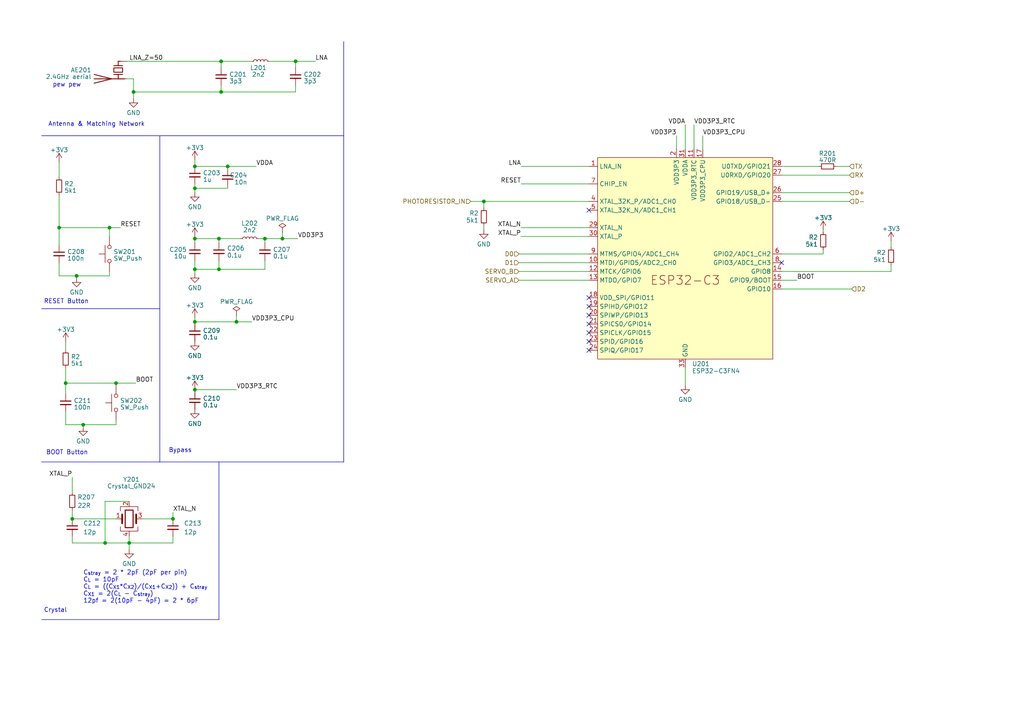
<source format=kicad_sch>
(kicad_sch (version 20230121) (generator eeschema)

  (uuid 54789e0c-5a15-45c9-9ec7-93b497d2b71c)

  (paper "A4")

  (title_block
    (rev "D")
  )

  (lib_symbols
    (symbol "Device:Antenna_Chip" (pin_numbers hide) (pin_names (offset 1.016) hide) (in_bom yes) (on_board yes)
      (property "Reference" "AE" (at 0 5.08 0)
        (effects (font (size 1.27 1.27)) (justify right))
      )
      (property "Value" "Antenna_Chip" (at 0 3.175 0)
        (effects (font (size 1.27 1.27)) (justify right))
      )
      (property "Footprint" "" (at -2.54 4.445 0)
        (effects (font (size 1.27 1.27)) hide)
      )
      (property "Datasheet" "~" (at -2.54 4.445 0)
        (effects (font (size 1.27 1.27)) hide)
      )
      (property "ki_keywords" "antenna" (at 0 0 0)
        (effects (font (size 1.27 1.27)) hide)
      )
      (property "ki_description" "Ceramic chip antenna with pin for PCB trace" (at 0 0 0)
        (effects (font (size 1.27 1.27)) hide)
      )
      (symbol "Antenna_Chip_0_1"
        (polyline
          (pts
            (xy -2.54 0)
            (xy -2.54 -0.635)
          )
          (stroke (width 0.254) (type default))
          (fill (type none))
        )
        (polyline
          (pts
            (xy -2.54 0)
            (xy -1.27 0)
          )
          (stroke (width 0.254) (type default))
          (fill (type none))
        )
        (polyline
          (pts
            (xy 1.27 0)
            (xy 2.54 0)
          )
          (stroke (width 0.254) (type default))
          (fill (type none))
        )
        (polyline
          (pts
            (xy 1.27 1.27)
            (xy 1.27 -1.27)
          )
          (stroke (width 0.254) (type default))
          (fill (type none))
        )
        (polyline
          (pts
            (xy 2.54 -0.635)
            (xy 2.54 0)
          )
          (stroke (width 0) (type default))
          (fill (type none))
        )
        (polyline
          (pts
            (xy 2.54 6.985)
            (xy 2.54 -1.905)
          )
          (stroke (width 0.254) (type default))
          (fill (type none))
        )
        (polyline
          (pts
            (xy -1.27 1.27)
            (xy -1.27 -1.27)
            (xy -1.27 0)
          )
          (stroke (width 0.254) (type default))
          (fill (type none))
        )
        (polyline
          (pts
            (xy 3.81 6.985)
            (xy 2.54 1.905)
            (xy 1.27 6.985)
          )
          (stroke (width 0.254) (type default))
          (fill (type none))
        )
        (polyline
          (pts
            (xy -0.635 1.27)
            (xy 0.635 1.27)
            (xy 0.635 -1.27)
            (xy -0.635 -1.27)
            (xy -0.635 1.27)
          )
          (stroke (width 0.254) (type default))
          (fill (type none))
        )
      )
      (symbol "Antenna_Chip_1_1"
        (pin input line (at -2.54 -2.54 90) (length 2.54)
          (name "FEED" (effects (font (size 1.27 1.27))))
          (number "1" (effects (font (size 1.27 1.27))))
        )
        (pin passive line (at 2.54 -2.54 90) (length 2.54)
          (name "PCB_Trace" (effects (font (size 1.27 1.27))))
          (number "2" (effects (font (size 1.27 1.27))))
        )
      )
    )
    (symbol "Device:C_Small" (pin_numbers hide) (pin_names (offset 0.254) hide) (in_bom yes) (on_board yes)
      (property "Reference" "C" (at 0.254 1.778 0)
        (effects (font (size 1.27 1.27)) (justify left))
      )
      (property "Value" "C_Small" (at 0.254 -2.032 0)
        (effects (font (size 1.27 1.27)) (justify left))
      )
      (property "Footprint" "" (at 0 0 0)
        (effects (font (size 1.27 1.27)) hide)
      )
      (property "Datasheet" "~" (at 0 0 0)
        (effects (font (size 1.27 1.27)) hide)
      )
      (property "ki_keywords" "capacitor cap" (at 0 0 0)
        (effects (font (size 1.27 1.27)) hide)
      )
      (property "ki_description" "Unpolarized capacitor, small symbol" (at 0 0 0)
        (effects (font (size 1.27 1.27)) hide)
      )
      (property "ki_fp_filters" "C_*" (at 0 0 0)
        (effects (font (size 1.27 1.27)) hide)
      )
      (symbol "C_Small_0_1"
        (polyline
          (pts
            (xy -1.524 -0.508)
            (xy 1.524 -0.508)
          )
          (stroke (width 0.3302) (type default))
          (fill (type none))
        )
        (polyline
          (pts
            (xy -1.524 0.508)
            (xy 1.524 0.508)
          )
          (stroke (width 0.3048) (type default))
          (fill (type none))
        )
      )
      (symbol "C_Small_1_1"
        (pin passive line (at 0 2.54 270) (length 2.032)
          (name "~" (effects (font (size 1.27 1.27))))
          (number "1" (effects (font (size 1.27 1.27))))
        )
        (pin passive line (at 0 -2.54 90) (length 2.032)
          (name "~" (effects (font (size 1.27 1.27))))
          (number "2" (effects (font (size 1.27 1.27))))
        )
      )
    )
    (symbol "Device:Crystal_GND24" (pin_names (offset 1.016) hide) (in_bom yes) (on_board yes)
      (property "Reference" "Y" (at 3.175 5.08 0)
        (effects (font (size 1.27 1.27)) (justify left))
      )
      (property "Value" "Crystal_GND24" (at 3.175 3.175 0)
        (effects (font (size 1.27 1.27)) (justify left))
      )
      (property "Footprint" "" (at 0 0 0)
        (effects (font (size 1.27 1.27)) hide)
      )
      (property "Datasheet" "~" (at 0 0 0)
        (effects (font (size 1.27 1.27)) hide)
      )
      (property "ki_keywords" "quartz ceramic resonator oscillator" (at 0 0 0)
        (effects (font (size 1.27 1.27)) hide)
      )
      (property "ki_description" "Four pin crystal, GND on pins 2 and 4" (at 0 0 0)
        (effects (font (size 1.27 1.27)) hide)
      )
      (property "ki_fp_filters" "Crystal*" (at 0 0 0)
        (effects (font (size 1.27 1.27)) hide)
      )
      (symbol "Crystal_GND24_0_1"
        (rectangle (start -1.143 2.54) (end 1.143 -2.54)
          (stroke (width 0.3048) (type default))
          (fill (type none))
        )
        (polyline
          (pts
            (xy -2.54 0)
            (xy -2.032 0)
          )
          (stroke (width 0) (type default))
          (fill (type none))
        )
        (polyline
          (pts
            (xy -2.032 -1.27)
            (xy -2.032 1.27)
          )
          (stroke (width 0.508) (type default))
          (fill (type none))
        )
        (polyline
          (pts
            (xy 0 -3.81)
            (xy 0 -3.556)
          )
          (stroke (width 0) (type default))
          (fill (type none))
        )
        (polyline
          (pts
            (xy 0 3.556)
            (xy 0 3.81)
          )
          (stroke (width 0) (type default))
          (fill (type none))
        )
        (polyline
          (pts
            (xy 2.032 -1.27)
            (xy 2.032 1.27)
          )
          (stroke (width 0.508) (type default))
          (fill (type none))
        )
        (polyline
          (pts
            (xy 2.032 0)
            (xy 2.54 0)
          )
          (stroke (width 0) (type default))
          (fill (type none))
        )
        (polyline
          (pts
            (xy -2.54 -2.286)
            (xy -2.54 -3.556)
            (xy 2.54 -3.556)
            (xy 2.54 -2.286)
          )
          (stroke (width 0) (type default))
          (fill (type none))
        )
        (polyline
          (pts
            (xy -2.54 2.286)
            (xy -2.54 3.556)
            (xy 2.54 3.556)
            (xy 2.54 2.286)
          )
          (stroke (width 0) (type default))
          (fill (type none))
        )
      )
      (symbol "Crystal_GND24_1_1"
        (pin passive line (at -3.81 0 0) (length 1.27)
          (name "1" (effects (font (size 1.27 1.27))))
          (number "1" (effects (font (size 1.27 1.27))))
        )
        (pin passive line (at 0 5.08 270) (length 1.27)
          (name "2" (effects (font (size 1.27 1.27))))
          (number "2" (effects (font (size 1.27 1.27))))
        )
        (pin passive line (at 3.81 0 180) (length 1.27)
          (name "3" (effects (font (size 1.27 1.27))))
          (number "3" (effects (font (size 1.27 1.27))))
        )
        (pin passive line (at 0 -5.08 90) (length 1.27)
          (name "4" (effects (font (size 1.27 1.27))))
          (number "4" (effects (font (size 1.27 1.27))))
        )
      )
    )
    (symbol "Device:L_Small" (pin_numbers hide) (pin_names (offset 0.254) hide) (in_bom yes) (on_board yes)
      (property "Reference" "L" (at 0.762 1.016 0)
        (effects (font (size 1.27 1.27)) (justify left))
      )
      (property "Value" "L_Small" (at 0.762 -1.016 0)
        (effects (font (size 1.27 1.27)) (justify left))
      )
      (property "Footprint" "" (at 0 0 0)
        (effects (font (size 1.27 1.27)) hide)
      )
      (property "Datasheet" "~" (at 0 0 0)
        (effects (font (size 1.27 1.27)) hide)
      )
      (property "ki_keywords" "inductor choke coil reactor magnetic" (at 0 0 0)
        (effects (font (size 1.27 1.27)) hide)
      )
      (property "ki_description" "Inductor, small symbol" (at 0 0 0)
        (effects (font (size 1.27 1.27)) hide)
      )
      (property "ki_fp_filters" "Choke_* *Coil* Inductor_* L_*" (at 0 0 0)
        (effects (font (size 1.27 1.27)) hide)
      )
      (symbol "L_Small_0_1"
        (arc (start 0 -2.032) (mid 0.5058 -1.524) (end 0 -1.016)
          (stroke (width 0) (type default))
          (fill (type none))
        )
        (arc (start 0 -1.016) (mid 0.5058 -0.508) (end 0 0)
          (stroke (width 0) (type default))
          (fill (type none))
        )
        (arc (start 0 0) (mid 0.5058 0.508) (end 0 1.016)
          (stroke (width 0) (type default))
          (fill (type none))
        )
        (arc (start 0 1.016) (mid 0.5058 1.524) (end 0 2.032)
          (stroke (width 0) (type default))
          (fill (type none))
        )
      )
      (symbol "L_Small_1_1"
        (pin passive line (at 0 2.54 270) (length 0.508)
          (name "~" (effects (font (size 1.27 1.27))))
          (number "1" (effects (font (size 1.27 1.27))))
        )
        (pin passive line (at 0 -2.54 90) (length 0.508)
          (name "~" (effects (font (size 1.27 1.27))))
          (number "2" (effects (font (size 1.27 1.27))))
        )
      )
    )
    (symbol "Device:R_Small" (pin_numbers hide) (pin_names (offset 0.254) hide) (in_bom yes) (on_board yes)
      (property "Reference" "R" (at 0.762 0.508 0)
        (effects (font (size 1.27 1.27)) (justify left))
      )
      (property "Value" "R_Small" (at 0.762 -1.016 0)
        (effects (font (size 1.27 1.27)) (justify left))
      )
      (property "Footprint" "" (at 0 0 0)
        (effects (font (size 1.27 1.27)) hide)
      )
      (property "Datasheet" "~" (at 0 0 0)
        (effects (font (size 1.27 1.27)) hide)
      )
      (property "ki_keywords" "R resistor" (at 0 0 0)
        (effects (font (size 1.27 1.27)) hide)
      )
      (property "ki_description" "Resistor, small symbol" (at 0 0 0)
        (effects (font (size 1.27 1.27)) hide)
      )
      (property "ki_fp_filters" "R_*" (at 0 0 0)
        (effects (font (size 1.27 1.27)) hide)
      )
      (symbol "R_Small_0_1"
        (rectangle (start -0.762 1.778) (end 0.762 -1.778)
          (stroke (width 0.2032) (type default))
          (fill (type none))
        )
      )
      (symbol "R_Small_1_1"
        (pin passive line (at 0 2.54 270) (length 0.762)
          (name "~" (effects (font (size 1.27 1.27))))
          (number "1" (effects (font (size 1.27 1.27))))
        )
        (pin passive line (at 0 -2.54 90) (length 0.762)
          (name "~" (effects (font (size 1.27 1.27))))
          (number "2" (effects (font (size 1.27 1.27))))
        )
      )
    )
    (symbol "Switch:SW_Push" (pin_numbers hide) (pin_names (offset 1.016) hide) (in_bom yes) (on_board yes)
      (property "Reference" "SW" (at 1.27 2.54 0)
        (effects (font (size 1.27 1.27)) (justify left))
      )
      (property "Value" "SW_Push" (at 0 -1.524 0)
        (effects (font (size 1.27 1.27)))
      )
      (property "Footprint" "" (at 0 5.08 0)
        (effects (font (size 1.27 1.27)) hide)
      )
      (property "Datasheet" "~" (at 0 5.08 0)
        (effects (font (size 1.27 1.27)) hide)
      )
      (property "ki_keywords" "switch normally-open pushbutton push-button" (at 0 0 0)
        (effects (font (size 1.27 1.27)) hide)
      )
      (property "ki_description" "Push button switch, generic, two pins" (at 0 0 0)
        (effects (font (size 1.27 1.27)) hide)
      )
      (symbol "SW_Push_0_1"
        (circle (center -2.032 0) (radius 0.508)
          (stroke (width 0) (type default))
          (fill (type none))
        )
        (polyline
          (pts
            (xy 0 1.27)
            (xy 0 3.048)
          )
          (stroke (width 0) (type default))
          (fill (type none))
        )
        (polyline
          (pts
            (xy 2.54 1.27)
            (xy -2.54 1.27)
          )
          (stroke (width 0) (type default))
          (fill (type none))
        )
        (circle (center 2.032 0) (radius 0.508)
          (stroke (width 0) (type default))
          (fill (type none))
        )
        (pin passive line (at -5.08 0 0) (length 2.54)
          (name "1" (effects (font (size 1.27 1.27))))
          (number "1" (effects (font (size 1.27 1.27))))
        )
        (pin passive line (at 5.08 0 180) (length 2.54)
          (name "2" (effects (font (size 1.27 1.27))))
          (number "2" (effects (font (size 1.27 1.27))))
        )
      )
    )
    (symbol "espressif:ESP32-C3" (in_bom yes) (on_board yes)
      (property "Reference" "U" (at -25.4 35.56 0)
        (effects (font (size 1.27 1.27)) (justify left))
      )
      (property "Value" "ESP32-C3" (at -25.4 33.02 0)
        (effects (font (size 1.27 1.27)) (justify left))
      )
      (property "Footprint" "Package_DFN_QFN:QFN-32-1EP_5x5mm_P0.5mm_EP3.45x3.45mm" (at 0 -38.1 0)
        (effects (font (size 1.27 1.27)) hide)
      )
      (property "Datasheet" "https://www.espressif.com/sites/default/files/documentation/esp32-c3_datasheet_en.pdf" (at 0 -40.64 0)
        (effects (font (size 1.27 1.27)) hide)
      )
      (property "ki_description" "ESP32-C3 family is an ultra-low-power MCU-based SoC solution that supports 2.4 GHz Wi-Fi and Bluetooth®Low Energy (Bluetooth LE)." (at 0 0 0)
        (effects (font (size 1.27 1.27)) hide)
      )
      (symbol "ESP32-C3_0_0"
        (text "ESP32-C3" (at 0 -5.08 0)
          (effects (font (size 2.54 2.54)))
        )
        (pin bidirectional line (at -27.94 27.94 0) (length 2.54)
          (name "LNA_IN" (effects (font (size 1.27 1.27))))
          (number "1" (effects (font (size 1.27 1.27))))
        )
        (pin bidirectional line (at -27.94 0 0) (length 2.54)
          (name "MTDI/GPIO5/ADC2_CH0" (effects (font (size 1.27 1.27))))
          (number "10" (effects (font (size 1.27 1.27))))
        )
        (pin power_in line (at 2.54 33.02 270) (length 2.54)
          (name "VDD3P3_RTC" (effects (font (size 1.27 1.27))))
          (number "11" (effects (font (size 1.27 1.27))))
        )
        (pin bidirectional line (at -27.94 -2.54 0) (length 2.54)
          (name "MTCK/GPIO6" (effects (font (size 1.27 1.27))))
          (number "12" (effects (font (size 1.27 1.27))))
        )
        (pin bidirectional line (at -27.94 -5.08 0) (length 2.54)
          (name "MTDO/GPIO7" (effects (font (size 1.27 1.27))))
          (number "13" (effects (font (size 1.27 1.27))))
        )
        (pin bidirectional line (at 27.94 -2.54 180) (length 2.54)
          (name "GPIO8" (effects (font (size 1.27 1.27))))
          (number "14" (effects (font (size 1.27 1.27))))
        )
        (pin bidirectional line (at 27.94 -5.08 180) (length 2.54)
          (name "GPIO9/BOOT" (effects (font (size 1.27 1.27))))
          (number "15" (effects (font (size 1.27 1.27))))
        )
        (pin bidirectional line (at 27.94 -7.62 180) (length 2.54)
          (name "GPIO10" (effects (font (size 1.27 1.27))))
          (number "16" (effects (font (size 1.27 1.27))))
        )
        (pin power_in line (at 5.08 33.02 270) (length 2.54)
          (name "VDD3P3_CPU" (effects (font (size 1.27 1.27))))
          (number "17" (effects (font (size 1.27 1.27))))
        )
        (pin bidirectional line (at -27.94 -10.16 0) (length 2.54)
          (name "VDD_SPI/GPIO11" (effects (font (size 1.27 1.27))))
          (number "18" (effects (font (size 1.27 1.27))))
        )
        (pin bidirectional line (at -27.94 -12.7 0) (length 2.54)
          (name "SPIHD/GPIO12" (effects (font (size 1.27 1.27))))
          (number "19" (effects (font (size 1.27 1.27))))
        )
        (pin power_in line (at -2.54 33.02 270) (length 2.54)
          (name "VDD3P3" (effects (font (size 1.27 1.27))))
          (number "2" (effects (font (size 1.27 1.27))))
        )
        (pin bidirectional line (at -27.94 -15.24 0) (length 2.54)
          (name "SPIWP/GPIO13" (effects (font (size 1.27 1.27))))
          (number "20" (effects (font (size 1.27 1.27))))
        )
        (pin bidirectional line (at -27.94 -17.78 0) (length 2.54)
          (name "SPICS0/GPIO14" (effects (font (size 1.27 1.27))))
          (number "21" (effects (font (size 1.27 1.27))))
        )
        (pin bidirectional line (at -27.94 -20.32 0) (length 2.54)
          (name "SPICLK/GPIO15" (effects (font (size 1.27 1.27))))
          (number "22" (effects (font (size 1.27 1.27))))
        )
        (pin bidirectional line (at -27.94 -22.86 0) (length 2.54)
          (name "SPID/GPIO16" (effects (font (size 1.27 1.27))))
          (number "23" (effects (font (size 1.27 1.27))))
        )
        (pin bidirectional line (at -27.94 -25.4 0) (length 2.54)
          (name "SPIQ/GPIO17" (effects (font (size 1.27 1.27))))
          (number "24" (effects (font (size 1.27 1.27))))
        )
        (pin bidirectional line (at 27.94 17.78 180) (length 2.54)
          (name "GPIO18/USB_D-" (effects (font (size 1.27 1.27))))
          (number "25" (effects (font (size 1.27 1.27))))
        )
        (pin bidirectional line (at 27.94 20.32 180) (length 2.54)
          (name "GPIO19/USB_D+" (effects (font (size 1.27 1.27))))
          (number "26" (effects (font (size 1.27 1.27))))
        )
        (pin bidirectional line (at 27.94 25.4 180) (length 2.54)
          (name "U0RXD/GPIO20" (effects (font (size 1.27 1.27))))
          (number "27" (effects (font (size 1.27 1.27))))
        )
        (pin bidirectional line (at 27.94 27.94 180) (length 2.54)
          (name "U0TXD/GPIO21" (effects (font (size 1.27 1.27))))
          (number "28" (effects (font (size 1.27 1.27))))
        )
        (pin output line (at -27.94 10.16 0) (length 2.54)
          (name "XTAL_N" (effects (font (size 1.27 1.27))))
          (number "29" (effects (font (size 1.27 1.27))))
        )
        (pin input line (at -27.94 7.62 0) (length 2.54)
          (name "XTAL_P" (effects (font (size 1.27 1.27))))
          (number "30" (effects (font (size 1.27 1.27))))
        )
        (pin power_in line (at 0 33.02 270) (length 2.54)
          (name "VDDA" (effects (font (size 1.27 1.27))))
          (number "31" (effects (font (size 1.27 1.27))))
        )
        (pin power_in line (at 0 -30.48 90) (length 2.54)
          (name "GND" (effects (font (size 1.27 1.27))))
          (number "33" (effects (font (size 1.27 1.27))))
        )
        (pin output line (at -27.94 17.78 0) (length 2.54)
          (name "XTAL_32K_P/ADC1_CH0" (effects (font (size 1.27 1.27))))
          (number "4" (effects (font (size 1.27 1.27))))
        )
        (pin input line (at -27.94 15.24 0) (length 2.54)
          (name "XTAL_32K_N/ADC1_CH1" (effects (font (size 1.27 1.27))))
          (number "5" (effects (font (size 1.27 1.27))))
        )
        (pin bidirectional line (at 27.94 2.54 180) (length 2.54)
          (name "GPIO2/ADC1_CH2" (effects (font (size 1.27 1.27))))
          (number "6" (effects (font (size 1.27 1.27))))
        )
        (pin input line (at -27.94 22.86 0) (length 2.54)
          (name "CHIP_EN" (effects (font (size 1.27 1.27))))
          (number "7" (effects (font (size 1.27 1.27))))
        )
        (pin bidirectional line (at 27.94 0 180) (length 2.54)
          (name "GPIO3/ADC1_CH3" (effects (font (size 1.27 1.27))))
          (number "8" (effects (font (size 1.27 1.27))))
        )
        (pin bidirectional line (at -27.94 2.54 0) (length 2.54)
          (name "MTMS/GPIO4/ADC1_CH4" (effects (font (size 1.27 1.27))))
          (number "9" (effects (font (size 1.27 1.27))))
        )
      )
      (symbol "ESP32-C3_0_1"
        (rectangle (start -25.4 30.48) (end 25.4 -27.94)
          (stroke (width 0) (type default))
          (fill (type background))
        )
        (pin passive line (at -2.54 33.02 270) (length 2.54) hide
          (name "VDD3P3" (effects (font (size 1.27 1.27))))
          (number "3" (effects (font (size 1.27 1.27))))
        )
        (pin passive line (at 0 33.02 270) (length 2.54) hide
          (name "VDDA" (effects (font (size 1.27 1.27))))
          (number "32" (effects (font (size 1.27 1.27))))
        )
      )
    )
    (symbol "power:+3V3" (power) (pin_names (offset 0)) (in_bom yes) (on_board yes)
      (property "Reference" "#PWR" (at 0 -3.81 0)
        (effects (font (size 1.27 1.27)) hide)
      )
      (property "Value" "+3V3" (at 0 3.556 0)
        (effects (font (size 1.27 1.27)))
      )
      (property "Footprint" "" (at 0 0 0)
        (effects (font (size 1.27 1.27)) hide)
      )
      (property "Datasheet" "" (at 0 0 0)
        (effects (font (size 1.27 1.27)) hide)
      )
      (property "ki_keywords" "global power" (at 0 0 0)
        (effects (font (size 1.27 1.27)) hide)
      )
      (property "ki_description" "Power symbol creates a global label with name \"+3V3\"" (at 0 0 0)
        (effects (font (size 1.27 1.27)) hide)
      )
      (symbol "+3V3_0_1"
        (polyline
          (pts
            (xy -0.762 1.27)
            (xy 0 2.54)
          )
          (stroke (width 0) (type default))
          (fill (type none))
        )
        (polyline
          (pts
            (xy 0 0)
            (xy 0 2.54)
          )
          (stroke (width 0) (type default))
          (fill (type none))
        )
        (polyline
          (pts
            (xy 0 2.54)
            (xy 0.762 1.27)
          )
          (stroke (width 0) (type default))
          (fill (type none))
        )
      )
      (symbol "+3V3_1_1"
        (pin power_in line (at 0 0 90) (length 0) hide
          (name "+3V3" (effects (font (size 1.27 1.27))))
          (number "1" (effects (font (size 1.27 1.27))))
        )
      )
    )
    (symbol "power:GND" (power) (pin_names (offset 0)) (in_bom yes) (on_board yes)
      (property "Reference" "#PWR" (at 0 -6.35 0)
        (effects (font (size 1.27 1.27)) hide)
      )
      (property "Value" "GND" (at 0 -3.81 0)
        (effects (font (size 1.27 1.27)))
      )
      (property "Footprint" "" (at 0 0 0)
        (effects (font (size 1.27 1.27)) hide)
      )
      (property "Datasheet" "" (at 0 0 0)
        (effects (font (size 1.27 1.27)) hide)
      )
      (property "ki_keywords" "global power" (at 0 0 0)
        (effects (font (size 1.27 1.27)) hide)
      )
      (property "ki_description" "Power symbol creates a global label with name \"GND\" , ground" (at 0 0 0)
        (effects (font (size 1.27 1.27)) hide)
      )
      (symbol "GND_0_1"
        (polyline
          (pts
            (xy 0 0)
            (xy 0 -1.27)
            (xy 1.27 -1.27)
            (xy 0 -2.54)
            (xy -1.27 -1.27)
            (xy 0 -1.27)
          )
          (stroke (width 0) (type default))
          (fill (type none))
        )
      )
      (symbol "GND_1_1"
        (pin power_in line (at 0 0 270) (length 0) hide
          (name "GND" (effects (font (size 1.27 1.27))))
          (number "1" (effects (font (size 1.27 1.27))))
        )
      )
    )
    (symbol "power:PWR_FLAG" (power) (pin_numbers hide) (pin_names (offset 0) hide) (in_bom yes) (on_board yes)
      (property "Reference" "#FLG" (at 0 1.905 0)
        (effects (font (size 1.27 1.27)) hide)
      )
      (property "Value" "PWR_FLAG" (at 0 3.81 0)
        (effects (font (size 1.27 1.27)))
      )
      (property "Footprint" "" (at 0 0 0)
        (effects (font (size 1.27 1.27)) hide)
      )
      (property "Datasheet" "~" (at 0 0 0)
        (effects (font (size 1.27 1.27)) hide)
      )
      (property "ki_keywords" "flag power" (at 0 0 0)
        (effects (font (size 1.27 1.27)) hide)
      )
      (property "ki_description" "Special symbol for telling ERC where power comes from" (at 0 0 0)
        (effects (font (size 1.27 1.27)) hide)
      )
      (symbol "PWR_FLAG_0_0"
        (pin power_out line (at 0 0 90) (length 0)
          (name "pwr" (effects (font (size 1.27 1.27))))
          (number "1" (effects (font (size 1.27 1.27))))
        )
      )
      (symbol "PWR_FLAG_0_1"
        (polyline
          (pts
            (xy 0 0)
            (xy 0 1.27)
            (xy -1.016 1.905)
            (xy 0 2.54)
            (xy 1.016 1.905)
            (xy 0 1.27)
          )
          (stroke (width 0) (type default))
          (fill (type none))
        )
      )
    )
  )

  (junction (at 64.135 26.67) (diameter 0) (color 0 0 0 0)
    (uuid 0a6337e4-f7b3-48a4-ab50-9fc9602fff0f)
  )
  (junction (at 37.465 157.48) (diameter 0) (color 0 0 0 0)
    (uuid 1cef4b19-230a-4ce5-a330-bfd9596018e9)
  )
  (junction (at 22.225 80.01) (diameter 0) (color 0 0 0 0)
    (uuid 2b603ab4-ce3a-4097-ab4f-f5a65dd304e1)
  )
  (junction (at 20.955 150.495) (diameter 0) (color 0 0 0 0)
    (uuid 363c34e0-3213-4e6a-a681-80fef277941c)
  )
  (junction (at 56.515 69.215) (diameter 0) (color 0 0 0 0)
    (uuid 49f187b0-9ecf-4057-88a7-14ea2fea7d38)
  )
  (junction (at 38.735 26.67) (diameter 0) (color 0 0 0 0)
    (uuid 4d979903-76a4-42d2-a575-547473b18ea3)
  )
  (junction (at 63.5 69.215) (diameter 0) (color 0 0 0 0)
    (uuid 61ecdbb5-29b7-4fbf-a147-903b4e986aa0)
  )
  (junction (at 33.655 111.125) (diameter 0) (color 0 0 0 0)
    (uuid 63873ca3-ecb9-47e7-aa6b-270ef7fef7b9)
  )
  (junction (at 68.58 93.345) (diameter 0) (color 0 0 0 0)
    (uuid 6eee770d-006f-4007-87e3-dcf1fe71c543)
  )
  (junction (at 81.915 69.215) (diameter 0) (color 0 0 0 0)
    (uuid 762e0c6f-5358-4752-993b-7dcaf49f7acb)
  )
  (junction (at 63.5 78.105) (diameter 0) (color 0 0 0 0)
    (uuid 82387530-4faf-4178-8da5-545be5dc318d)
  )
  (junction (at 64.135 17.78) (diameter 0) (color 0 0 0 0)
    (uuid 89787e24-4b2e-40ac-a30f-ec88a61c74a4)
  )
  (junction (at 66.04 48.26) (diameter 0) (color 0 0 0 0)
    (uuid 98713261-d35b-42f9-b2d6-8dea6e741712)
  )
  (junction (at 17.145 66.04) (diameter 0) (color 0 0 0 0)
    (uuid 997535be-59e1-46b0-853b-c1acfbc5a226)
  )
  (junction (at 56.515 113.03) (diameter 0) (color 0 0 0 0)
    (uuid 9ff5fdf3-e7ce-470a-913d-7e74028ae923)
  )
  (junction (at 31.75 66.04) (diameter 0) (color 0 0 0 0)
    (uuid a4f9aaea-2af2-4fbd-baca-52218497abee)
  )
  (junction (at 56.515 78.105) (diameter 0) (color 0 0 0 0)
    (uuid a5b729ce-1de1-408c-a5dd-0d7730374694)
  )
  (junction (at 56.515 48.26) (diameter 0) (color 0 0 0 0)
    (uuid a5e21f47-c8ab-4cc2-80fe-fc4e14ccb1aa)
  )
  (junction (at 19.05 111.125) (diameter 0) (color 0 0 0 0)
    (uuid a994a174-ee36-4ac3-80d5-55a3f887fed1)
  )
  (junction (at 24.13 123.19) (diameter 0) (color 0 0 0 0)
    (uuid aa8f51ec-b4b4-474b-bcca-5709547ff5f2)
  )
  (junction (at 56.515 93.345) (diameter 0) (color 0 0 0 0)
    (uuid cfcc4e93-5b60-471f-8fde-50abd215fcde)
  )
  (junction (at 56.515 54.61) (diameter 0) (color 0 0 0 0)
    (uuid dda4c061-5f98-4c1a-b39b-0ccb4f1c7751)
  )
  (junction (at 30.48 157.48) (diameter 0) (color 0 0 0 0)
    (uuid df5ddf96-07bd-45d7-9fdd-6b4933f736bc)
  )
  (junction (at 85.725 17.78) (diameter 0) (color 0 0 0 0)
    (uuid df8d51c0-0aa0-44d4-8722-e361322ffe81)
  )
  (junction (at 76.835 69.215) (diameter 0) (color 0 0 0 0)
    (uuid eb66bc94-2cd1-4931-9453-eaa0305550e8)
  )
  (junction (at 50.165 150.495) (diameter 0) (color 0 0 0 0)
    (uuid f276b731-1a53-4955-9d69-aedf51f57921)
  )
  (junction (at 140.335 58.42) (diameter 0) (color 0 0 0 0)
    (uuid f7f75405-8f8b-4621-b42a-096044176b9c)
  )

  (no_connect (at 170.815 96.52) (uuid 203a09b6-030e-4e34-bfd3-0f9e7c137326))
  (no_connect (at 170.815 60.96) (uuid 3f665ec1-ceef-4f1b-839f-d3b889f7200d))
  (no_connect (at 170.815 91.44) (uuid 4c9eaef4-d9ec-4cfa-bd46-e694d57a6147))
  (no_connect (at 170.815 88.9) (uuid 6b337340-e6ee-4967-8ba5-4f023067453c))
  (no_connect (at 170.815 86.36) (uuid 6d241daf-b1a1-4b7f-b354-140184ac3554))
  (no_connect (at 170.815 93.98) (uuid 7434bec9-066c-4196-b7f6-627e28d70231))
  (no_connect (at 170.815 99.06) (uuid a9f23e0f-93a8-45cc-baab-c024c2c14c7f))
  (no_connect (at 226.695 76.2) (uuid c00b59c6-fa16-4684-b573-7ac15e39fc3c))
  (no_connect (at 170.815 101.6) (uuid d1240455-8e5d-4c74-834b-c5e49798e394))

  (polyline (pts (xy 99.695 133.985) (xy 99.695 39.37))
    (stroke (width 0) (type default))
    (uuid 019e06ac-d5bf-448c-8878-58925672e802)
  )

  (wire (pts (xy 36.83 22.86) (xy 38.735 22.86))
    (stroke (width 0) (type default))
    (uuid 02a35ead-ccbf-48ff-9f90-08ffbe037efa)
  )
  (wire (pts (xy 150.495 81.28) (xy 170.815 81.28))
    (stroke (width 0) (type default))
    (uuid 05c67286-3776-4c39-89d4-20ddcec8b9fc)
  )
  (wire (pts (xy 247.015 83.82) (xy 226.695 83.82))
    (stroke (width 0) (type default))
    (uuid 0616b990-8967-4057-8802-8544961212af)
  )
  (wire (pts (xy 37.465 155.575) (xy 37.465 157.48))
    (stroke (width 0) (type default))
    (uuid 0734950a-2c4b-4f00-8868-fcdd305c2be5)
  )
  (wire (pts (xy 85.725 17.78) (xy 91.44 17.78))
    (stroke (width 0) (type default))
    (uuid 0a5aa9a2-eb16-40f3-9f82-058626fa575b)
  )
  (wire (pts (xy 64.135 26.67) (xy 85.725 26.67))
    (stroke (width 0) (type default))
    (uuid 0aec9306-1a6e-4624-906d-bc1ac0c25422)
  )
  (wire (pts (xy 56.515 93.345) (xy 68.58 93.345))
    (stroke (width 0) (type default))
    (uuid 0bed5e42-b4fd-4935-a552-0f6dfeef185b)
  )
  (polyline (pts (xy 63.5 179.705) (xy 63.5 133.985))
    (stroke (width 0) (type default))
    (uuid 129dbbbc-dee5-4987-8ebd-304f42a74661)
  )

  (wire (pts (xy 66.04 53.975) (xy 66.04 54.61))
    (stroke (width 0) (type default))
    (uuid 159ad48c-8a61-4036-811c-7e0056b0643b)
  )
  (wire (pts (xy 33.655 111.125) (xy 39.37 111.125))
    (stroke (width 0) (type default))
    (uuid 15dcdc3d-42d8-46d4-a606-3e6ea2dcfc4a)
  )
  (wire (pts (xy 81.915 69.215) (xy 86.36 69.215))
    (stroke (width 0) (type default))
    (uuid 17c48a8f-7f32-42ea-b89c-9fb4d7b30264)
  )
  (wire (pts (xy 238.76 66.675) (xy 238.76 67.31))
    (stroke (width 0) (type default))
    (uuid 1bed672f-a406-44cd-a386-cb0a30aec757)
  )
  (wire (pts (xy 68.58 91.44) (xy 68.58 93.345))
    (stroke (width 0) (type default))
    (uuid 1d307133-8f95-424d-bdf7-4386095754f2)
  )
  (wire (pts (xy 76.835 69.215) (xy 81.915 69.215))
    (stroke (width 0) (type default))
    (uuid 1f43d8b8-013c-457e-acaf-506d34440415)
  )
  (wire (pts (xy 56.515 69.215) (xy 56.515 70.485))
    (stroke (width 0) (type default))
    (uuid 2162a1e3-c92a-4ed6-ab06-c21fc68a12da)
  )
  (wire (pts (xy 56.515 113.03) (xy 68.58 113.03))
    (stroke (width 0) (type default))
    (uuid 21820bc5-963e-475a-bb9a-048b376d7015)
  )
  (wire (pts (xy 246.38 50.8) (xy 226.695 50.8))
    (stroke (width 0) (type default))
    (uuid 21b7e980-dbed-4358-a37c-d658b81b3e30)
  )
  (wire (pts (xy 203.835 39.37) (xy 203.835 43.18))
    (stroke (width 0) (type default))
    (uuid 222982b4-b588-4421-a89e-4e10c86b3106)
  )
  (wire (pts (xy 56.515 113.665) (xy 56.515 113.03))
    (stroke (width 0) (type default))
    (uuid 224fac23-2fce-44b9-84cc-291891f9f45f)
  )
  (wire (pts (xy 151.13 48.26) (xy 170.815 48.26))
    (stroke (width 0) (type default))
    (uuid 23c38fe1-709a-40ee-a69a-eca826d71e6f)
  )
  (wire (pts (xy 37.465 157.48) (xy 37.465 159.385))
    (stroke (width 0) (type default))
    (uuid 25bc4742-fa97-4008-9510-d66def6336a3)
  )
  (wire (pts (xy 76.835 69.215) (xy 76.835 70.485))
    (stroke (width 0) (type default))
    (uuid 26872fee-1434-48db-941b-90aadf56ad93)
  )
  (wire (pts (xy 226.695 48.26) (xy 237.49 48.26))
    (stroke (width 0) (type default))
    (uuid 26bde709-d617-4aee-ade7-c93f33871698)
  )
  (wire (pts (xy 85.725 17.78) (xy 78.105 17.78))
    (stroke (width 0) (type default))
    (uuid 26e5c774-7528-42c3-b10b-c0ad66ec022a)
  )
  (wire (pts (xy 238.76 73.66) (xy 238.76 72.39))
    (stroke (width 0) (type default))
    (uuid 2bb502e7-0ac5-4ec4-8dbd-55bbc253dd5f)
  )
  (wire (pts (xy 76.835 75.565) (xy 76.835 78.105))
    (stroke (width 0) (type default))
    (uuid 2d0e81c4-431a-4077-9179-153d6f3b4633)
  )
  (wire (pts (xy 140.335 58.42) (xy 136.525 58.42))
    (stroke (width 0) (type default))
    (uuid 2d9336a8-7645-4000-af45-49a9d8d7eebb)
  )
  (wire (pts (xy 226.695 55.88) (xy 246.38 55.88))
    (stroke (width 0) (type default))
    (uuid 2ffdb222-ff0c-4ef7-b83d-24ca9a016483)
  )
  (wire (pts (xy 196.215 39.37) (xy 196.215 43.18))
    (stroke (width 0) (type default))
    (uuid 314ae255-26df-4a71-bfa6-f8ed6f2fd404)
  )
  (wire (pts (xy 37.465 145.415) (xy 30.48 145.415))
    (stroke (width 0) (type default))
    (uuid 31b8eb7d-eccd-46e5-ac23-18a0ce6d837d)
  )
  (wire (pts (xy 226.695 58.42) (xy 246.38 58.42))
    (stroke (width 0) (type default))
    (uuid 3334d18a-d5ab-43d9-b0be-e4accfea3e51)
  )
  (wire (pts (xy 20.955 150.495) (xy 33.655 150.495))
    (stroke (width 0) (type default))
    (uuid 34708fd3-e3be-4b41-b874-f728a210b7dc)
  )
  (wire (pts (xy 140.335 58.42) (xy 170.815 58.42))
    (stroke (width 0) (type default))
    (uuid 34be7516-6ca7-4029-a1a7-e53e458b3c83)
  )
  (wire (pts (xy 22.225 80.01) (xy 22.225 80.645))
    (stroke (width 0) (type default))
    (uuid 3a0a935d-2526-4ed8-8c3a-d5db903422fe)
  )
  (wire (pts (xy 56.515 53.34) (xy 56.515 54.61))
    (stroke (width 0) (type default))
    (uuid 41d76146-b51e-4e48-89e2-1d40478d3d65)
  )
  (wire (pts (xy 258.445 69.85) (xy 258.445 71.755))
    (stroke (width 0) (type default))
    (uuid 42317033-c16b-4edc-81dc-30871c3a9e06)
  )
  (wire (pts (xy 33.655 123.19) (xy 24.13 123.19))
    (stroke (width 0) (type default))
    (uuid 43a12919-4f13-484c-9315-3ca9e2af003a)
  )
  (wire (pts (xy 63.5 69.215) (xy 69.85 69.215))
    (stroke (width 0) (type default))
    (uuid 44f26e77-cde4-4923-ae37-f8c89d74e9b2)
  )
  (wire (pts (xy 31.75 66.04) (xy 34.925 66.04))
    (stroke (width 0) (type default))
    (uuid 451aa259-46e0-473b-871c-5f83e127b42d)
  )
  (wire (pts (xy 24.13 123.19) (xy 19.05 123.19))
    (stroke (width 0) (type default))
    (uuid 460ac0cb-0dc5-4d63-8eb0-991813819da8)
  )
  (polyline (pts (xy 46.355 120.65) (xy 46.355 39.37))
    (stroke (width 0) (type default))
    (uuid 48d17d73-5d7b-4087-a02c-7fee89311f86)
  )

  (wire (pts (xy 50.165 157.48) (xy 50.165 155.575))
    (stroke (width 0) (type default))
    (uuid 4b156f42-59d3-4b09-a88a-a453b5ce7d23)
  )
  (wire (pts (xy 150.495 76.2) (xy 170.815 76.2))
    (stroke (width 0) (type default))
    (uuid 4cb1d05d-84b2-440f-a1e8-bd8724196533)
  )
  (wire (pts (xy 20.955 155.575) (xy 20.955 157.48))
    (stroke (width 0) (type default))
    (uuid 51842a26-8f5b-4dd2-8cd8-0501adf222b2)
  )
  (wire (pts (xy 56.515 78.105) (xy 56.515 79.375))
    (stroke (width 0) (type default))
    (uuid 51de5402-0ed8-4ad6-97de-cbb51cfa4743)
  )
  (wire (pts (xy 64.135 17.78) (xy 64.135 19.685))
    (stroke (width 0) (type default))
    (uuid 51eaf20e-381c-4e3e-a8e5-103d4506c976)
  )
  (wire (pts (xy 74.295 48.26) (xy 66.04 48.26))
    (stroke (width 0) (type default))
    (uuid 5c0d26c4-bcc5-44c6-ab08-6a02aba2ccad)
  )
  (wire (pts (xy 22.225 80.01) (xy 17.145 80.01))
    (stroke (width 0) (type default))
    (uuid 6486de42-4ac6-4f96-85a5-22ed54b1f54c)
  )
  (wire (pts (xy 33.655 121.92) (xy 33.655 123.19))
    (stroke (width 0) (type default))
    (uuid 69c45640-5987-4541-a990-c786235d0381)
  )
  (polyline (pts (xy 12.065 89.535) (xy 46.355 89.535))
    (stroke (width 0) (type default))
    (uuid 6e8f757e-e84e-4ecc-aaf1-78488cd6bfda)
  )

  (wire (pts (xy 198.755 106.68) (xy 198.755 111.76))
    (stroke (width 0) (type default))
    (uuid 70068488-cfb6-4ef3-815b-da466649ab19)
  )
  (wire (pts (xy 20.955 147.955) (xy 20.955 150.495))
    (stroke (width 0) (type default))
    (uuid 709f9e44-92f8-4595-a958-6e6d0a8a3301)
  )
  (wire (pts (xy 30.48 145.415) (xy 30.48 157.48))
    (stroke (width 0) (type default))
    (uuid 719b5664-5b07-46ca-af5b-88f49bb36dff)
  )
  (wire (pts (xy 226.695 73.66) (xy 238.76 73.66))
    (stroke (width 0) (type default))
    (uuid 72019133-ede0-48c2-af87-3e130053e4f1)
  )
  (wire (pts (xy 63.5 78.105) (xy 76.835 78.105))
    (stroke (width 0) (type default))
    (uuid 734f53cd-84a9-4073-b3d1-d54f82100323)
  )
  (polyline (pts (xy 99.695 12.065) (xy 99.695 39.37))
    (stroke (width 0) (type default))
    (uuid 755fad35-803e-49bf-803c-2291a1a6d65c)
  )

  (wire (pts (xy 66.04 54.61) (xy 56.515 54.61))
    (stroke (width 0) (type default))
    (uuid 756bfea6-a3e9-4587-bb06-3a07dcfa2e3c)
  )
  (wire (pts (xy 56.515 69.215) (xy 63.5 69.215))
    (stroke (width 0) (type default))
    (uuid 767256e1-fa0d-4d3a-ac91-f0335805b41f)
  )
  (wire (pts (xy 17.145 46.99) (xy 17.145 51.435))
    (stroke (width 0) (type default))
    (uuid 793a2af1-d805-45c5-988d-464b3dc5c93c)
  )
  (polyline (pts (xy 99.695 39.37) (xy 99.695 39.37))
    (stroke (width 0) (type default))
    (uuid 7ad481ec-017f-4677-98da-6cadcae4c4db)
  )
  (polyline (pts (xy 46.355 120.65) (xy 46.355 133.985))
    (stroke (width 0) (type default))
    (uuid 7bc8fe98-7a92-4bf0-b0b5-181a38764899)
  )

  (wire (pts (xy 36.83 17.78) (xy 64.135 17.78))
    (stroke (width 0) (type default))
    (uuid 7d2346fd-e6d8-4ef2-b4b8-a490b11d3379)
  )
  (wire (pts (xy 63.5 75.565) (xy 63.5 78.105))
    (stroke (width 0) (type default))
    (uuid 7e365cb8-c7b2-4a25-857c-fc3a225a8dc1)
  )
  (wire (pts (xy 20.955 138.43) (xy 20.955 142.875))
    (stroke (width 0) (type default))
    (uuid 7e5bff08-63bb-4b91-91ac-2c04df878d80)
  )
  (wire (pts (xy 17.145 66.04) (xy 17.145 71.12))
    (stroke (width 0) (type default))
    (uuid 7ef53382-a5fe-4b09-b646-bfae21c88668)
  )
  (wire (pts (xy 31.75 66.04) (xy 31.75 68.58))
    (stroke (width 0) (type default))
    (uuid 7f9a2365-74a3-4016-8482-db4743f7b1ee)
  )
  (wire (pts (xy 64.135 24.765) (xy 64.135 26.67))
    (stroke (width 0) (type default))
    (uuid 8301a906-b9b9-4b34-aeaf-4fda421e98af)
  )
  (wire (pts (xy 19.05 111.125) (xy 33.655 111.125))
    (stroke (width 0) (type default))
    (uuid 840731dd-e5e7-4a6a-8d2c-3821da42e740)
  )
  (wire (pts (xy 56.515 93.345) (xy 56.515 92.075))
    (stroke (width 0) (type default))
    (uuid 8552a4f8-fbe1-4834-a7fc-e3bbe9fe77be)
  )
  (wire (pts (xy 17.145 80.01) (xy 17.145 76.2))
    (stroke (width 0) (type default))
    (uuid 8719d482-91e5-4590-84ed-39bd8208183e)
  )
  (wire (pts (xy 66.04 48.895) (xy 66.04 48.26))
    (stroke (width 0) (type default))
    (uuid 87c5c19e-9c5d-4ab5-bb0d-8d79d03efbda)
  )
  (wire (pts (xy 56.515 93.98) (xy 56.515 93.345))
    (stroke (width 0) (type default))
    (uuid 889bbfd1-6b8c-4bf8-9d91-4ea5bff43d65)
  )
  (wire (pts (xy 81.915 67.31) (xy 81.915 69.215))
    (stroke (width 0) (type default))
    (uuid 8962ac3e-9f35-4f48-8057-58fc7cdfb8b9)
  )
  (wire (pts (xy 56.515 46.355) (xy 56.515 48.26))
    (stroke (width 0) (type default))
    (uuid 8977e3d4-70f4-401f-b9b3-7d63889ad43f)
  )
  (wire (pts (xy 19.05 99.06) (xy 19.05 101.6))
    (stroke (width 0) (type default))
    (uuid 8adc1635-7488-4a13-9153-cd452c5388d0)
  )
  (wire (pts (xy 151.13 66.04) (xy 170.815 66.04))
    (stroke (width 0) (type default))
    (uuid 8e1adddb-1932-4f60-a70b-e547565b9d46)
  )
  (wire (pts (xy 150.495 78.74) (xy 170.815 78.74))
    (stroke (width 0) (type default))
    (uuid 8e243e50-3542-4473-aced-98ea1dd79c57)
  )
  (wire (pts (xy 20.955 157.48) (xy 30.48 157.48))
    (stroke (width 0) (type default))
    (uuid 911f3fc3-801e-44ee-9e1a-d3cf799594a4)
  )
  (wire (pts (xy 31.75 80.01) (xy 22.225 80.01))
    (stroke (width 0) (type default))
    (uuid 95233aea-3825-4378-8e83-51e8e3c49ba1)
  )
  (wire (pts (xy 19.05 111.125) (xy 19.05 114.3))
    (stroke (width 0) (type default))
    (uuid 9707abac-9093-4b29-bc07-f31782f48507)
  )
  (wire (pts (xy 258.445 78.74) (xy 226.695 78.74))
    (stroke (width 0) (type default))
    (uuid 9da07745-7001-4853-9fb0-4aa878efb10c)
  )
  (wire (pts (xy 41.275 150.495) (xy 50.165 150.495))
    (stroke (width 0) (type default))
    (uuid 9e025101-f945-4346-a9c4-a5f41d7ddcaa)
  )
  (wire (pts (xy 64.135 17.78) (xy 73.025 17.78))
    (stroke (width 0) (type default))
    (uuid 9e339c76-7875-47fd-bc3b-f36fbb2fc6e5)
  )
  (wire (pts (xy 17.145 66.04) (xy 31.75 66.04))
    (stroke (width 0) (type default))
    (uuid a1627395-fb90-4951-aa54-2d3fdcaf5b19)
  )
  (wire (pts (xy 56.515 68.58) (xy 56.515 69.215))
    (stroke (width 0) (type default))
    (uuid a1805213-a04d-497b-a4c5-73b2aa992c77)
  )
  (wire (pts (xy 50.165 148.59) (xy 50.165 150.495))
    (stroke (width 0) (type default))
    (uuid a5538dee-e99f-401a-a974-0e70a47bb568)
  )
  (wire (pts (xy 37.465 157.48) (xy 50.165 157.48))
    (stroke (width 0) (type default))
    (uuid a61d5419-9c23-4b35-b77a-d92c2796dbe4)
  )
  (polyline (pts (xy 46.355 133.985) (xy 99.695 133.985))
    (stroke (width 0) (type default))
    (uuid a9389eb1-44f1-4a2e-93dc-c76e4df5bea4)
  )

  (wire (pts (xy 38.735 26.67) (xy 64.135 26.67))
    (stroke (width 0) (type default))
    (uuid aaf72ef0-449c-4b73-b706-ddbfc496cebb)
  )
  (wire (pts (xy 19.05 106.68) (xy 19.05 111.125))
    (stroke (width 0) (type default))
    (uuid ab0fc635-4f8a-41b8-8a97-498435a6ca89)
  )
  (wire (pts (xy 85.725 26.67) (xy 85.725 24.765))
    (stroke (width 0) (type default))
    (uuid b2def290-6cc2-4cb4-b44e-f41159ba0fb1)
  )
  (wire (pts (xy 33.655 111.125) (xy 33.655 111.76))
    (stroke (width 0) (type default))
    (uuid b54f9999-037a-4b61-94c2-e8efa14b2331)
  )
  (polyline (pts (xy 12.065 133.985) (xy 46.355 133.985))
    (stroke (width 0) (type default))
    (uuid bf89bef0-bd55-49b1-8bce-e6ae74c6fd7f)
  )

  (wire (pts (xy 226.695 81.28) (xy 231.14 81.28))
    (stroke (width 0) (type default))
    (uuid bffcbf8f-1200-442c-8652-7700e910e65e)
  )
  (wire (pts (xy 74.93 69.215) (xy 76.835 69.215))
    (stroke (width 0) (type default))
    (uuid c08667b0-8cdd-42bb-8d66-44e685bf5736)
  )
  (wire (pts (xy 56.515 75.565) (xy 56.515 78.105))
    (stroke (width 0) (type default))
    (uuid c16cb018-cd2f-4932-9d0b-34e97e44641c)
  )
  (wire (pts (xy 140.335 65.405) (xy 140.335 66.675))
    (stroke (width 0) (type default))
    (uuid c471b224-1a56-49f4-a859-2977ea2cf150)
  )
  (wire (pts (xy 56.515 78.105) (xy 63.5 78.105))
    (stroke (width 0) (type default))
    (uuid c4f6b451-21d1-4d05-a1d6-9decfff9c045)
  )
  (wire (pts (xy 151.13 68.58) (xy 170.815 68.58))
    (stroke (width 0) (type default))
    (uuid c75f3830-c007-420b-a1e5-7b6730962d76)
  )
  (wire (pts (xy 38.735 26.67) (xy 38.735 28.575))
    (stroke (width 0) (type default))
    (uuid c81a017a-3d73-403c-8c69-54b21f268046)
  )
  (wire (pts (xy 140.335 58.42) (xy 140.335 60.325))
    (stroke (width 0) (type default))
    (uuid cac30fac-22ea-46f5-9e89-c0eb9d02058a)
  )
  (wire (pts (xy 68.58 93.345) (xy 73.025 93.345))
    (stroke (width 0) (type default))
    (uuid cf71d859-3238-47f0-af46-a2229f0ddc4c)
  )
  (polyline (pts (xy 12.065 39.37) (xy 99.695 39.37))
    (stroke (width 0) (type default))
    (uuid d3a3bb33-c4b5-4c81-91fb-ff68881ab21c)
  )

  (wire (pts (xy 17.145 56.515) (xy 17.145 66.04))
    (stroke (width 0) (type default))
    (uuid d44748e3-1b83-4446-ae8f-86a895f246b5)
  )
  (wire (pts (xy 63.5 69.215) (xy 63.5 70.485))
    (stroke (width 0) (type default))
    (uuid d586fd4e-941b-4057-a4e2-a94239748f21)
  )
  (wire (pts (xy 151.13 53.34) (xy 170.815 53.34))
    (stroke (width 0) (type default))
    (uuid d6e7753e-de5b-43bb-8256-41ba4a83d23d)
  )
  (wire (pts (xy 30.48 157.48) (xy 37.465 157.48))
    (stroke (width 0) (type default))
    (uuid da62cb39-bf57-42fe-bc8c-ba28cb339a79)
  )
  (wire (pts (xy 38.735 22.86) (xy 38.735 26.67))
    (stroke (width 0) (type default))
    (uuid dc3e235f-717e-4f7a-b727-d6a48149cb62)
  )
  (wire (pts (xy 56.515 54.61) (xy 56.515 55.88))
    (stroke (width 0) (type default))
    (uuid e31536ed-603a-48cd-aed9-353ea549486e)
  )
  (wire (pts (xy 201.295 36.195) (xy 201.295 43.18))
    (stroke (width 0) (type default))
    (uuid e530ca8b-cd14-4903-86d3-0d280b4d30ad)
  )
  (wire (pts (xy 56.515 48.26) (xy 66.04 48.26))
    (stroke (width 0) (type default))
    (uuid e972f933-d419-49e9-be12-3879625e2b5f)
  )
  (wire (pts (xy 198.755 36.195) (xy 198.755 43.18))
    (stroke (width 0) (type default))
    (uuid e9a942e1-f4ee-4781-a5a7-a316194864eb)
  )
  (wire (pts (xy 85.725 17.78) (xy 85.725 19.685))
    (stroke (width 0) (type default))
    (uuid ea4302b1-a43c-4315-bb16-23fb1f2213f8)
  )
  (wire (pts (xy 24.13 123.19) (xy 24.13 123.825))
    (stroke (width 0) (type default))
    (uuid ec51c4bb-b741-49e8-a140-e0411c450006)
  )
  (wire (pts (xy 242.57 48.26) (xy 246.38 48.26))
    (stroke (width 0) (type default))
    (uuid edd3ec2f-be37-43b6-ba05-28f0756fe0b5)
  )
  (wire (pts (xy 150.495 73.66) (xy 170.815 73.66))
    (stroke (width 0) (type default))
    (uuid ee9bb1cb-4302-452f-9b41-019c7d75771c)
  )
  (wire (pts (xy 31.75 78.74) (xy 31.75 80.01))
    (stroke (width 0) (type default))
    (uuid f212b301-2fad-4ebe-82ed-566dd6212fef)
  )
  (wire (pts (xy 19.05 123.19) (xy 19.05 119.38))
    (stroke (width 0) (type default))
    (uuid f43c9ae0-9dec-484e-81a6-ade78806f37b)
  )
  (polyline (pts (xy 12.065 179.705) (xy 63.5 179.705))
    (stroke (width 0) (type default))
    (uuid f5204062-1914-4670-b801-0d75b53a8d79)
  )

  (wire (pts (xy 258.445 76.835) (xy 258.445 78.74))
    (stroke (width 0) (type default))
    (uuid f9959586-4612-4cfb-91c9-cf0475570583)
  )

  (text "Antenna & Matching Network" (at 13.97 36.83 0)
    (effects (font (size 1.27 1.27)) (justify left bottom))
    (uuid 0176ce2b-8ebb-468b-afb4-7183f5729c1d)
  )
  (text "C_{stray} = 2 * 2pF (2pF per pin)\nC_{L} = 10pF\nC_{L} = ((C_{X1}*C_{X2})/(C_{X1}+C_{X2})) + C_{stray}\nC_{X1} = 2(C_{L} - C_{stray})\n12pf = 2(10pF - 4pF) = 2 * 6pF\n\n"
    (at 24.13 177.165 0)
    (effects (font (size 1.27 1.27)) (justify left bottom))
    (uuid 4747914f-9100-4014-bd16-27b8a4000606)
  )
  (text "Crystal" (at 12.7 177.8 0)
    (effects (font (size 1.27 1.27)) (justify left bottom))
    (uuid 5890dd02-33ae-4291-83dd-71a6f401221b)
  )
  (text "RESET Button" (at 12.7 88.265 0)
    (effects (font (size 1.27 1.27)) (justify left bottom))
    (uuid 6e042717-a894-4d2a-b938-1925dd481b91)
  )
  (text "Bypass" (at 48.895 131.445 0)
    (effects (font (size 1.27 1.27)) (justify left bottom))
    (uuid 9e424b7e-c527-4d47-ae13-2f6777c8ea59)
  )
  (text "BOOT Button" (at 13.335 132.08 0)
    (effects (font (size 1.27 1.27)) (justify left bottom))
    (uuid b50d3b2c-5289-4d60-94ab-58501a32ab69)
  )
  (text "pew pew" (at 15.24 25.4 0)
    (effects (font (size 1.27 1.27)) (justify left bottom))
    (uuid d4daf0be-e88d-49a4-b581-c2731605046b)
  )

  (label "BOOT" (at 39.37 111.125 0) (fields_autoplaced)
    (effects (font (size 1.27 1.27)) (justify left bottom))
    (uuid 0e4b0e5d-c394-4790-8019-f779b98d5727)
  )
  (label "LNA_Z=50" (at 37.465 17.78 0) (fields_autoplaced)
    (effects (font (size 1.27 1.27)) (justify left bottom))
    (uuid 104d1a1e-58c2-4e49-88db-90b68c964c8a)
  )
  (label "XTAL_N" (at 151.13 66.04 180) (fields_autoplaced)
    (effects (font (size 1.27 1.27)) (justify right bottom))
    (uuid 1407dcb2-7ad0-4811-8a3d-c8e7fc13158e)
  )
  (label "LNA" (at 151.13 48.26 180) (fields_autoplaced)
    (effects (font (size 1.27 1.27)) (justify right bottom))
    (uuid 1cfd09fe-92d8-4e08-b73e-d78ffdf834bf)
  )
  (label "VDD3P3_RTC" (at 68.58 113.03 0) (fields_autoplaced)
    (effects (font (size 1.27 1.27)) (justify left bottom))
    (uuid 274c4c48-94c6-41b6-af4d-fbf0e271fdd0)
  )
  (label "VDD3P3_CPU" (at 73.025 93.345 0) (fields_autoplaced)
    (effects (font (size 1.27 1.27)) (justify left bottom))
    (uuid 3686a1b4-a3e3-4ff0-a5ac-640dfa88e006)
  )
  (label "XTAL_P" (at 151.13 68.58 180) (fields_autoplaced)
    (effects (font (size 1.27 1.27)) (justify right bottom))
    (uuid 51294bd6-dc55-41a8-94cf-cc9e89f017d7)
  )
  (label "XTAL_N" (at 50.165 148.59 0) (fields_autoplaced)
    (effects (font (size 1.27 1.27)) (justify left bottom))
    (uuid 52a7d3e4-7769-4e50-b67a-43a635df4e13)
  )
  (label "VDDA" (at 198.755 36.195 180) (fields_autoplaced)
    (effects (font (size 1.27 1.27)) (justify right bottom))
    (uuid 649cb02f-81e2-4418-ab40-e66053705424)
  )
  (label "XTAL_P" (at 20.955 138.43 180) (fields_autoplaced)
    (effects (font (size 1.27 1.27)) (justify right bottom))
    (uuid 79b9f99f-2aa0-4fff-8c03-61f136b46f54)
  )
  (label "VDD3P3" (at 86.36 69.215 0) (fields_autoplaced)
    (effects (font (size 1.27 1.27)) (justify left bottom))
    (uuid 86bce3fc-7ac9-4c88-a737-d655dc5a119a)
  )
  (label "VDD3P3" (at 196.215 39.37 180) (fields_autoplaced)
    (effects (font (size 1.27 1.27)) (justify right bottom))
    (uuid a1a85e37-3bd1-48b9-8c2d-51f1ea5c48e7)
  )
  (label "RESET" (at 151.13 53.34 180) (fields_autoplaced)
    (effects (font (size 1.27 1.27)) (justify right bottom))
    (uuid af40de1f-ba74-4d11-af44-fb6c8d0cf9b5)
  )
  (label "RESET" (at 34.925 66.04 0) (fields_autoplaced)
    (effects (font (size 1.27 1.27)) (justify left bottom))
    (uuid c0e15a4e-75aa-48db-8056-2008888de09a)
  )
  (label "LNA" (at 91.44 17.78 0) (fields_autoplaced)
    (effects (font (size 1.27 1.27)) (justify left bottom))
    (uuid c1bc0b6d-c830-428c-a3f5-e9eec419335f)
  )
  (label "VDD3P3_CPU" (at 203.835 39.37 0) (fields_autoplaced)
    (effects (font (size 1.27 1.27)) (justify left bottom))
    (uuid c8ea1394-4f83-4f23-9b56-52b246bf1e2e)
  )
  (label "VDD3P3_RTC" (at 201.295 36.195 0) (fields_autoplaced)
    (effects (font (size 1.27 1.27)) (justify left bottom))
    (uuid cd6d139a-9759-4d7a-be72-0ecf2496b645)
  )
  (label "VDDA" (at 74.295 48.26 0) (fields_autoplaced)
    (effects (font (size 1.27 1.27)) (justify left bottom))
    (uuid d495c29d-b2f0-4145-98cb-a919c94aba7f)
  )
  (label "BOOT" (at 231.14 81.28 0) (fields_autoplaced)
    (effects (font (size 1.27 1.27)) (justify left bottom))
    (uuid f271503f-f99e-4f84-b72d-a6e4a6c026d5)
  )

  (hierarchical_label "D+" (shape input) (at 246.38 55.88 0) (fields_autoplaced)
    (effects (font (size 1.27 1.27)) (justify left))
    (uuid 05a88399-2f94-44bf-b062-820db7a85f47)
  )
  (hierarchical_label "D1" (shape input) (at 150.495 76.2 180) (fields_autoplaced)
    (effects (font (size 1.27 1.27)) (justify right))
    (uuid 09de752e-890b-4696-b25a-e37c769b75a6)
  )
  (hierarchical_label "D2" (shape input) (at 247.015 83.82 0) (fields_autoplaced)
    (effects (font (size 1.27 1.27)) (justify left))
    (uuid 0e66c97b-c1b5-46f6-8fb6-2f0e1e78103c)
  )
  (hierarchical_label "D-" (shape input) (at 246.38 58.42 0) (fields_autoplaced)
    (effects (font (size 1.27 1.27)) (justify left))
    (uuid 1ba30943-c5f7-4a02-a559-919cd844fc4a)
  )
  (hierarchical_label "SERVO_B" (shape input) (at 150.495 78.74 180) (fields_autoplaced)
    (effects (font (size 1.27 1.27)) (justify right))
    (uuid 3861f67c-1a3f-47f0-9fe1-32b65aa5d7aa)
  )
  (hierarchical_label "D0" (shape input) (at 150.495 73.66 180) (fields_autoplaced)
    (effects (font (size 1.27 1.27)) (justify right))
    (uuid 53a32663-2527-4585-837c-f5e367a6d820)
  )
  (hierarchical_label "SERVO_A" (shape input) (at 150.495 81.28 180) (fields_autoplaced)
    (effects (font (size 1.27 1.27)) (justify right))
    (uuid 98213944-0807-4a99-b172-d23488e49ace)
  )
  (hierarchical_label "PHOTORESISTOR_IN" (shape input) (at 136.525 58.42 180) (fields_autoplaced)
    (effects (font (size 1.27 1.27)) (justify right))
    (uuid 994d6400-7e2e-4bc0-8f50-4f131842ec99)
  )
  (hierarchical_label "RX" (shape input) (at 246.38 50.8 0) (fields_autoplaced)
    (effects (font (size 1.27 1.27)) (justify left))
    (uuid a4cb25ff-b021-461e-9360-9ad67fb1f4e0)
  )
  (hierarchical_label "TX" (shape input) (at 246.38 48.26 0) (fields_autoplaced)
    (effects (font (size 1.27 1.27)) (justify left))
    (uuid c4a97b4e-d9d3-4eb0-8321-d7dbb8a29bc5)
  )

  (symbol (lib_id "power:GND") (at 56.515 79.375 0) (unit 1)
    (in_bom yes) (on_board yes) (dnp no) (fields_autoplaced)
    (uuid 085b1b35-2503-4f80-b3f7-56a1f12d0f07)
    (property "Reference" "#PWR0209" (at 56.515 85.725 0)
      (effects (font (size 1.27 1.27)) hide)
    )
    (property "Value" "GND" (at 56.515 83.5105 0)
      (effects (font (size 1.27 1.27)))
    )
    (property "Footprint" "" (at 56.515 79.375 0)
      (effects (font (size 1.27 1.27)) hide)
    )
    (property "Datasheet" "" (at 56.515 79.375 0)
      (effects (font (size 1.27 1.27)) hide)
    )
    (pin "1" (uuid 4c9b53e4-1a0a-4918-af62-b2debe093831))
    (instances
      (project "esp"
        (path "/d8fe67a6-0689-48b0-90b5-ae5bbcd4903f/a20e1ea5-baf5-46c7-887c-3485b8e49df2"
          (reference "#PWR0209") (unit 1)
        )
      )
    )
  )

  (symbol (lib_id "power:GND") (at 22.225 80.645 0) (unit 1)
    (in_bom yes) (on_board yes) (dnp no) (fields_autoplaced)
    (uuid 14552172-7c69-4fab-82ca-48eddaa609f4)
    (property "Reference" "#PWR0210" (at 22.225 86.995 0)
      (effects (font (size 1.27 1.27)) hide)
    )
    (property "Value" "GND" (at 22.225 84.7805 0)
      (effects (font (size 1.27 1.27)))
    )
    (property "Footprint" "" (at 22.225 80.645 0)
      (effects (font (size 1.27 1.27)) hide)
    )
    (property "Datasheet" "" (at 22.225 80.645 0)
      (effects (font (size 1.27 1.27)) hide)
    )
    (pin "1" (uuid 470af05b-3625-4bcc-a033-0291f83941a9))
    (instances
      (project "esp"
        (path "/d8fe67a6-0689-48b0-90b5-ae5bbcd4903f/a20e1ea5-baf5-46c7-887c-3485b8e49df2"
          (reference "#PWR0210") (unit 1)
        )
      )
    )
  )

  (symbol (lib_id "Device:Crystal_GND24") (at 37.465 150.495 0) (unit 1)
    (in_bom yes) (on_board yes) (dnp no)
    (uuid 2136c769-1d0b-46c5-9d14-434deff28e62)
    (property "Reference" "Y201" (at 38.1 139.065 0)
      (effects (font (size 1.27 1.27)))
    )
    (property "Value" "Crystal_GND24" (at 38.1 140.986 0)
      (effects (font (size 1.27 1.27)))
    )
    (property "Footprint" "Crystal:Crystal_SMD_2016-4Pin_2.0x1.6mm" (at 37.465 150.495 0)
      (effects (font (size 1.27 1.27)) hide)
    )
    (property "Datasheet" "~" (at 37.465 150.495 0)
      (effects (font (size 1.27 1.27)) hide)
    )
    (pin "1" (uuid d81669f4-01e3-48d5-8d16-2e0344fe48f1))
    (pin "2" (uuid 3b563ddd-2cdf-4c8d-9016-b1845d65b893))
    (pin "3" (uuid daf90529-0e2e-4e2d-bedb-b43ef9cc55dc))
    (pin "4" (uuid 1a212cea-8488-40f8-9f2e-06365766ad10))
    (instances
      (project "esp"
        (path "/d8fe67a6-0689-48b0-90b5-ae5bbcd4903f/a20e1ea5-baf5-46c7-887c-3485b8e49df2"
          (reference "Y201") (unit 1)
        )
      )
    )
  )

  (symbol (lib_id "Device:R_Small") (at 240.03 48.26 90) (unit 1)
    (in_bom yes) (on_board yes) (dnp no)
    (uuid 3117c2fb-bc33-4bfb-9dd7-f0eb39f025fc)
    (property "Reference" "R201" (at 240.03 44.5135 90)
      (effects (font (size 1.27 1.27)))
    )
    (property "Value" "470R" (at 240.03 46.4345 90)
      (effects (font (size 1.27 1.27)))
    )
    (property "Footprint" "Resistor_SMD:R_0402_1005Metric" (at 240.03 48.26 0)
      (effects (font (size 1.27 1.27)) hide)
    )
    (property "Datasheet" "~" (at 240.03 48.26 0)
      (effects (font (size 1.27 1.27)) hide)
    )
    (pin "1" (uuid b9050628-affa-4bd8-9ba6-72fae5a7977b))
    (pin "2" (uuid 4161fc8f-cb5d-48a6-8306-c47be3cd1c6e))
    (instances
      (project "esp"
        (path "/d8fe67a6-0689-48b0-90b5-ae5bbcd4903f/a20e1ea5-baf5-46c7-887c-3485b8e49df2"
          (reference "R201") (unit 1)
        )
      )
    )
  )

  (symbol (lib_id "Device:C_Small") (at 50.165 153.035 0) (unit 1)
    (in_bom yes) (on_board yes) (dnp no) (fields_autoplaced)
    (uuid 3162a8b2-9ebc-4943-8cf1-7a2a512ebf12)
    (property "Reference" "C213" (at 53.34 151.7713 0)
      (effects (font (size 1.27 1.27)) (justify left))
    )
    (property "Value" "12p" (at 53.34 154.3113 0)
      (effects (font (size 1.27 1.27)) (justify left))
    )
    (property "Footprint" "Capacitor_SMD:C_0402_1005Metric" (at 50.165 153.035 0)
      (effects (font (size 1.27 1.27)) hide)
    )
    (property "Datasheet" "~" (at 50.165 153.035 0)
      (effects (font (size 1.27 1.27)) hide)
    )
    (pin "1" (uuid a27e5100-e9ec-47e7-90a2-b6a5aac0374a))
    (pin "2" (uuid 78415b14-a141-4ea1-93f3-556279fab90b))
    (instances
      (project "esp"
        (path "/d8fe67a6-0689-48b0-90b5-ae5bbcd4903f/a20e1ea5-baf5-46c7-887c-3485b8e49df2"
          (reference "C213") (unit 1)
        )
      )
    )
  )

  (symbol (lib_id "power:GND") (at 198.755 111.76 0) (unit 1)
    (in_bom yes) (on_board yes) (dnp no) (fields_autoplaced)
    (uuid 3480f63b-69da-474e-bd37-20274e1f9623)
    (property "Reference" "#PWR0214" (at 198.755 118.11 0)
      (effects (font (size 1.27 1.27)) hide)
    )
    (property "Value" "GND" (at 198.755 115.8955 0)
      (effects (font (size 1.27 1.27)))
    )
    (property "Footprint" "" (at 198.755 111.76 0)
      (effects (font (size 1.27 1.27)) hide)
    )
    (property "Datasheet" "" (at 198.755 111.76 0)
      (effects (font (size 1.27 1.27)) hide)
    )
    (pin "1" (uuid 1a8c0832-6bbf-475a-b172-0b17592c5e39))
    (instances
      (project "esp"
        (path "/d8fe67a6-0689-48b0-90b5-ae5bbcd4903f/a20e1ea5-baf5-46c7-887c-3485b8e49df2"
          (reference "#PWR0214") (unit 1)
        )
      )
    )
  )

  (symbol (lib_id "power:GND") (at 56.515 99.06 0) (unit 1)
    (in_bom yes) (on_board yes) (dnp no) (fields_autoplaced)
    (uuid 3dda106e-0fc1-4c8b-a56b-5331a2735341)
    (property "Reference" "#PWR0213" (at 56.515 105.41 0)
      (effects (font (size 1.27 1.27)) hide)
    )
    (property "Value" "GND" (at 56.515 103.1955 0)
      (effects (font (size 1.27 1.27)))
    )
    (property "Footprint" "" (at 56.515 99.06 0)
      (effects (font (size 1.27 1.27)) hide)
    )
    (property "Datasheet" "" (at 56.515 99.06 0)
      (effects (font (size 1.27 1.27)) hide)
    )
    (pin "1" (uuid 58233f2a-93d1-455f-9921-ba6f5bd8464d))
    (instances
      (project "esp"
        (path "/d8fe67a6-0689-48b0-90b5-ae5bbcd4903f/a20e1ea5-baf5-46c7-887c-3485b8e49df2"
          (reference "#PWR0213") (unit 1)
        )
      )
    )
  )

  (symbol (lib_id "Device:C_Small") (at 56.515 50.8 0) (unit 1)
    (in_bom yes) (on_board yes) (dnp no) (fields_autoplaced)
    (uuid 48e7676e-f2e2-4518-9197-039042120d87)
    (property "Reference" "C203" (at 58.8391 50.1626 0)
      (effects (font (size 1.27 1.27)) (justify left))
    )
    (property "Value" "1u" (at 58.8391 52.0836 0)
      (effects (font (size 1.27 1.27)) (justify left))
    )
    (property "Footprint" "Capacitor_SMD:C_0402_1005Metric" (at 56.515 50.8 0)
      (effects (font (size 1.27 1.27)) hide)
    )
    (property "Datasheet" "~" (at 56.515 50.8 0)
      (effects (font (size 1.27 1.27)) hide)
    )
    (pin "1" (uuid d5f7da9c-2bc2-4238-b4f9-c14bbd2a9080))
    (pin "2" (uuid 50bbd76d-38ba-431a-8899-6432ccf956e4))
    (instances
      (project "esp"
        (path "/d8fe67a6-0689-48b0-90b5-ae5bbcd4903f/a20e1ea5-baf5-46c7-887c-3485b8e49df2"
          (reference "C203") (unit 1)
        )
      )
    )
  )

  (symbol (lib_id "power:+3V3") (at 238.76 66.675 0) (unit 1)
    (in_bom yes) (on_board yes) (dnp no)
    (uuid 4b3cae72-bb66-4f45-bf7a-5156139633e7)
    (property "Reference" "#PWR0206" (at 238.76 70.485 0)
      (effects (font (size 1.27 1.27)) hide)
    )
    (property "Value" "+3V3" (at 238.76 63.1731 0)
      (effects (font (size 1.27 1.27)))
    )
    (property "Footprint" "" (at 238.76 66.675 0)
      (effects (font (size 1.27 1.27)) hide)
    )
    (property "Datasheet" "" (at 238.76 66.675 0)
      (effects (font (size 1.27 1.27)) hide)
    )
    (pin "1" (uuid c1d0a94a-a1e0-433e-b919-1e2b188bdad9))
    (instances
      (project "esp"
        (path "/d8fe67a6-0689-48b0-90b5-ae5bbcd4903f/a20e1ea5-baf5-46c7-887c-3485b8e49df2"
          (reference "#PWR0206") (unit 1)
        )
      )
    )
  )

  (symbol (lib_id "Device:R_Small") (at 17.145 53.975 0) (unit 1)
    (in_bom yes) (on_board yes) (dnp no) (fields_autoplaced)
    (uuid 50b1650f-4746-46cd-b10d-bac42b2d7052)
    (property "Reference" "R2" (at 18.6436 53.3313 0)
      (effects (font (size 1.27 1.27)) (justify left))
    )
    (property "Value" "5k1" (at 18.6436 55.2523 0)
      (effects (font (size 1.27 1.27)) (justify left))
    )
    (property "Footprint" "Resistor_SMD:R_0402_1005Metric" (at 17.145 53.975 0)
      (effects (font (size 1.27 1.27)) hide)
    )
    (property "Datasheet" "~" (at 17.145 53.975 0)
      (effects (font (size 1.27 1.27)) hide)
    )
    (pin "1" (uuid b0d084a4-7001-431b-ae0c-137f3583574d))
    (pin "2" (uuid 41a8fdca-c4f3-4538-b225-239128cfcd67))
    (instances
      (project "esp"
        (path "/d8fe67a6-0689-48b0-90b5-ae5bbcd4903f/18caef91-1001-428e-8d9c-39705f29246a"
          (reference "R2") (unit 1)
        )
        (path "/d8fe67a6-0689-48b0-90b5-ae5bbcd4903f/a20e1ea5-baf5-46c7-887c-3485b8e49df2"
          (reference "R202") (unit 1)
        )
      )
    )
  )

  (symbol (lib_id "Device:C_Small") (at 63.5 73.025 0) (unit 1)
    (in_bom yes) (on_board yes) (dnp no) (fields_autoplaced)
    (uuid 51fc0d83-93df-4ba1-98f9-d4fa5abfd407)
    (property "Reference" "C206" (at 65.8241 72.0073 0)
      (effects (font (size 1.27 1.27)) (justify left))
    )
    (property "Value" "0.1u" (at 65.8241 74.0553 0)
      (effects (font (size 1.27 1.27)) (justify left))
    )
    (property "Footprint" "Capacitor_SMD:C_0402_1005Metric" (at 63.5 73.025 0)
      (effects (font (size 1.27 1.27)) hide)
    )
    (property "Datasheet" "~" (at 63.5 73.025 0)
      (effects (font (size 1.27 1.27)) hide)
    )
    (pin "1" (uuid fe626513-192b-42ca-a640-74052dba0ad1))
    (pin "2" (uuid 8a628f08-e8b5-4043-8901-967f987ef371))
    (instances
      (project "esp"
        (path "/d8fe67a6-0689-48b0-90b5-ae5bbcd4903f/a20e1ea5-baf5-46c7-887c-3485b8e49df2"
          (reference "C206") (unit 1)
        )
      )
    )
  )

  (symbol (lib_id "Device:Antenna_Chip") (at 34.29 20.32 90) (mirror x) (unit 1)
    (in_bom yes) (on_board yes) (dnp no)
    (uuid 542babdb-fb5e-46e3-a8d2-6819bf577df6)
    (property "Reference" "AE201" (at 26.543 20.3113 90)
      (effects (font (size 1.27 1.27)) (justify left))
    )
    (property "Value" "2.4GHz aerial" (at 26.543 22.2323 90)
      (effects (font (size 1.27 1.27)) (justify left))
    )
    (property "Footprint" "peepeedoodookaka:Texas_SWRU120D_InvF_2.4GHz_Right" (at 29.845 17.78 0)
      (effects (font (size 1.27 1.27)) hide)
    )
    (property "Datasheet" "~" (at 29.845 17.78 0)
      (effects (font (size 1.27 1.27)) hide)
    )
    (pin "1" (uuid e8dbf032-49ac-4936-b1ce-f40687ed33fc))
    (pin "2" (uuid b05ba3f6-2183-4ca6-8045-857bd76770f2))
    (instances
      (project "esp"
        (path "/d8fe67a6-0689-48b0-90b5-ae5bbcd4903f/a20e1ea5-baf5-46c7-887c-3485b8e49df2"
          (reference "AE201") (unit 1)
        )
      )
    )
  )

  (symbol (lib_id "Switch:SW_Push") (at 31.75 73.66 90) (unit 1)
    (in_bom yes) (on_board yes) (dnp no) (fields_autoplaced)
    (uuid 5510d441-0ec7-4d84-80c1-1097496c244e)
    (property "Reference" "SW201" (at 32.893 73.0163 90)
      (effects (font (size 1.27 1.27)) (justify right))
    )
    (property "Value" "SW_Push" (at 32.893 74.9373 90)
      (effects (font (size 1.27 1.27)) (justify right))
    )
    (property "Footprint" "Button_Switch_SMD:SW_SPST_PTS810" (at 26.67 73.66 0)
      (effects (font (size 1.27 1.27)) hide)
    )
    (property "Datasheet" "~" (at 26.67 73.66 0)
      (effects (font (size 1.27 1.27)) hide)
    )
    (pin "1" (uuid f4c593b9-c81c-4578-ad3b-f189c2eae2be))
    (pin "2" (uuid b022c572-7f9a-4120-8610-81296a6eb431))
    (instances
      (project "esp"
        (path "/d8fe67a6-0689-48b0-90b5-ae5bbcd4903f/a20e1ea5-baf5-46c7-887c-3485b8e49df2"
          (reference "SW201") (unit 1)
        )
      )
    )
  )

  (symbol (lib_id "power:+3V3") (at 19.05 99.06 0) (unit 1)
    (in_bom yes) (on_board yes) (dnp no) (fields_autoplaced)
    (uuid 551870a2-5d28-4c4e-b29f-994c7d976faa)
    (property "Reference" "#PWR0212" (at 19.05 102.87 0)
      (effects (font (size 1.27 1.27)) hide)
    )
    (property "Value" "+3V3" (at 19.05 95.5581 0)
      (effects (font (size 1.27 1.27)))
    )
    (property "Footprint" "" (at 19.05 99.06 0)
      (effects (font (size 1.27 1.27)) hide)
    )
    (property "Datasheet" "" (at 19.05 99.06 0)
      (effects (font (size 1.27 1.27)) hide)
    )
    (pin "1" (uuid 3eb79732-c520-4bf9-87d2-06a12819531b))
    (instances
      (project "esp"
        (path "/d8fe67a6-0689-48b0-90b5-ae5bbcd4903f/a20e1ea5-baf5-46c7-887c-3485b8e49df2"
          (reference "#PWR0212") (unit 1)
        )
      )
    )
  )

  (symbol (lib_id "power:PWR_FLAG") (at 68.58 91.44 0) (unit 1)
    (in_bom yes) (on_board yes) (dnp no) (fields_autoplaced)
    (uuid 586871c9-d3b3-45c6-aedb-1804feee97de)
    (property "Reference" "#FLG02" (at 68.58 89.535 0)
      (effects (font (size 1.27 1.27)) hide)
    )
    (property "Value" "PWR_FLAG" (at 68.58 87.495 0)
      (effects (font (size 1.27 1.27)))
    )
    (property "Footprint" "" (at 68.58 91.44 0)
      (effects (font (size 1.27 1.27)) hide)
    )
    (property "Datasheet" "~" (at 68.58 91.44 0)
      (effects (font (size 1.27 1.27)) hide)
    )
    (pin "1" (uuid 260ded12-9c5d-4704-8e38-0313d0fda5cf))
    (instances
      (project "esp"
        (path "/d8fe67a6-0689-48b0-90b5-ae5bbcd4903f/18caef91-1001-428e-8d9c-39705f29246a"
          (reference "#FLG02") (unit 1)
        )
        (path "/d8fe67a6-0689-48b0-90b5-ae5bbcd4903f/a20e1ea5-baf5-46c7-887c-3485b8e49df2"
          (reference "#FLG0202") (unit 1)
        )
      )
    )
  )

  (symbol (lib_id "espressif:ESP32-C3") (at 198.755 76.2 0) (unit 1)
    (in_bom yes) (on_board yes) (dnp no)
    (uuid 5a319433-43bc-4029-903a-b2933a8b65a5)
    (property "Reference" "U201" (at 200.7109 105.545 0)
      (effects (font (size 1.27 1.27)) (justify left))
    )
    (property "Value" "ESP32-C3FN4" (at 200.7109 107.593 0)
      (effects (font (size 1.27 1.27)) (justify left))
    )
    (property "Footprint" "Package_DFN_QFN:QFN-32-1EP_5x5mm_P0.5mm_EP3.45x3.45mm" (at 198.755 114.3 0)
      (effects (font (size 1.27 1.27)) hide)
    )
    (property "Datasheet" "https://www.espressif.com/sites/default/files/documentation/esp32-c3_datasheet_en.pdf" (at 198.755 116.84 0)
      (effects (font (size 1.27 1.27)) hide)
    )
    (pin "1" (uuid 2b6d0eda-d3ff-470a-af20-fd2649676c39))
    (pin "10" (uuid ab3a3f0f-105a-4dd6-b0b6-6f59605ad8d9))
    (pin "11" (uuid c50fdbc8-a76f-4804-b6a0-63b19a93be0a))
    (pin "12" (uuid 8bc0caf8-281e-4e78-ab8f-2afbf9b7caa5))
    (pin "13" (uuid ed8c54e9-5d94-4a0d-a1b4-494921d1861d))
    (pin "14" (uuid 65f35bd5-9da6-4f0c-83ab-4de98bfeea0d))
    (pin "15" (uuid 890e084a-02e0-4b35-a1c3-bd1b558b124f))
    (pin "16" (uuid c7d8fd91-6800-4153-9eae-10bd07cc9f0a))
    (pin "17" (uuid a7f9b69e-88a1-4a20-bd28-afdfec4e18e1))
    (pin "18" (uuid d0776721-1088-4d43-9295-5dbd70927aa0))
    (pin "19" (uuid 5b406e2b-56d2-42f5-bcfe-20ea041d05f9))
    (pin "2" (uuid 64872249-59f7-418e-ba44-f2ab66afa451))
    (pin "20" (uuid a22c70c2-a786-4d13-9d73-9be4c174f5f1))
    (pin "21" (uuid 72b3a8da-9ab2-44f1-9279-c1adb59be90d))
    (pin "22" (uuid 5d99ee4b-e4dc-47eb-a4d5-a28e66f54410))
    (pin "23" (uuid dd69e8bc-c24c-4e40-a711-b5ffcaae051a))
    (pin "24" (uuid da62b4da-c0fb-4824-a90d-20c9c8f6d38c))
    (pin "25" (uuid 29318261-65df-4f13-955e-a2d34b63a785))
    (pin "26" (uuid 7bdac663-6c7f-4609-b0a2-0071b2eb8f7c))
    (pin "27" (uuid b5638168-4e4e-4a73-91d7-e008d18c1b11))
    (pin "28" (uuid e3d9c585-0b39-46ce-8c3f-7b58a7a83b0d))
    (pin "29" (uuid 6fb07f1b-59e0-45d1-9833-24bb693860a1))
    (pin "30" (uuid 00cdb2d1-2210-41d1-86cc-69ca9ca60fec))
    (pin "31" (uuid 357e6051-db80-4159-a7e8-7fd1891687da))
    (pin "33" (uuid 30bc573a-c85e-4626-8e16-ffd04f65dd18))
    (pin "4" (uuid 35a36320-f7aa-4363-85d3-748df3c491df))
    (pin "5" (uuid 6b301091-8cfb-4e1e-84b0-c77addc8789a))
    (pin "6" (uuid 1ed88439-82e5-4526-b6c8-f066a89bfa67))
    (pin "7" (uuid 40adf026-ce3b-4eb9-aa24-534dba891ad0))
    (pin "8" (uuid d6b5c4fb-5cdb-471b-8f75-39eb9739eabc))
    (pin "9" (uuid d585dd00-1cd1-44cb-891b-0187ad942a27))
    (pin "3" (uuid 1341f028-0bb3-41dc-b168-2384b241c354))
    (pin "32" (uuid b33a9f32-6fd9-4d31-96da-416d125dc876))
    (instances
      (project "esp"
        (path "/d8fe67a6-0689-48b0-90b5-ae5bbcd4903f/a20e1ea5-baf5-46c7-887c-3485b8e49df2"
          (reference "U201") (unit 1)
        )
      )
    )
  )

  (symbol (lib_id "power:+3V3") (at 56.515 113.03 0) (unit 1)
    (in_bom yes) (on_board yes) (dnp no) (fields_autoplaced)
    (uuid 65186261-fa4d-40e1-8e9a-a9a63255ef41)
    (property "Reference" "#PWR0215" (at 56.515 116.84 0)
      (effects (font (size 1.27 1.27)) hide)
    )
    (property "Value" "+3V3" (at 56.515 109.5281 0)
      (effects (font (size 1.27 1.27)))
    )
    (property "Footprint" "" (at 56.515 113.03 0)
      (effects (font (size 1.27 1.27)) hide)
    )
    (property "Datasheet" "" (at 56.515 113.03 0)
      (effects (font (size 1.27 1.27)) hide)
    )
    (pin "1" (uuid 225c7862-7f50-4e56-9ee8-421d11260c46))
    (instances
      (project "esp"
        (path "/d8fe67a6-0689-48b0-90b5-ae5bbcd4903f/a20e1ea5-baf5-46c7-887c-3485b8e49df2"
          (reference "#PWR0215") (unit 1)
        )
      )
    )
  )

  (symbol (lib_id "Switch:SW_Push") (at 33.655 116.84 90) (unit 1)
    (in_bom yes) (on_board yes) (dnp no) (fields_autoplaced)
    (uuid 79faf67b-aef2-4fe7-9538-dc183f5984d6)
    (property "Reference" "SW202" (at 34.798 116.1963 90)
      (effects (font (size 1.27 1.27)) (justify right))
    )
    (property "Value" "SW_Push" (at 34.798 118.1173 90)
      (effects (font (size 1.27 1.27)) (justify right))
    )
    (property "Footprint" "Button_Switch_SMD:SW_SPST_PTS810" (at 28.575 116.84 0)
      (effects (font (size 1.27 1.27)) hide)
    )
    (property "Datasheet" "~" (at 28.575 116.84 0)
      (effects (font (size 1.27 1.27)) hide)
    )
    (pin "1" (uuid adc05ad1-3fab-41c3-a327-c13454579cae))
    (pin "2" (uuid ad62f84d-2053-47d8-9b7d-6dbd40151f3d))
    (instances
      (project "esp"
        (path "/d8fe67a6-0689-48b0-90b5-ae5bbcd4903f/a20e1ea5-baf5-46c7-887c-3485b8e49df2"
          (reference "SW202") (unit 1)
        )
      )
    )
  )

  (symbol (lib_id "Device:R_Small") (at 238.76 69.85 0) (mirror x) (unit 1)
    (in_bom yes) (on_board yes) (dnp no) (fields_autoplaced)
    (uuid 7d4bb70f-a23d-47ae-b94a-0cd321c28965)
    (property "Reference" "R2" (at 237.2614 68.826 0)
      (effects (font (size 1.27 1.27)) (justify right))
    )
    (property "Value" "5k1" (at 237.2614 70.874 0)
      (effects (font (size 1.27 1.27)) (justify right))
    )
    (property "Footprint" "Resistor_SMD:R_0402_1005Metric" (at 238.76 69.85 0)
      (effects (font (size 1.27 1.27)) hide)
    )
    (property "Datasheet" "~" (at 238.76 69.85 0)
      (effects (font (size 1.27 1.27)) hide)
    )
    (pin "1" (uuid 6742745a-d124-46c5-aec3-da2e5e24ad23))
    (pin "2" (uuid ebf5ef44-ac2c-407d-9afd-b3f7eb35d971))
    (instances
      (project "esp"
        (path "/d8fe67a6-0689-48b0-90b5-ae5bbcd4903f/18caef91-1001-428e-8d9c-39705f29246a"
          (reference "R2") (unit 1)
        )
        (path "/d8fe67a6-0689-48b0-90b5-ae5bbcd4903f/a20e1ea5-baf5-46c7-887c-3485b8e49df2"
          (reference "R204") (unit 1)
        )
      )
    )
  )

  (symbol (lib_id "Device:C_Small") (at 56.515 116.205 0) (unit 1)
    (in_bom yes) (on_board yes) (dnp no) (fields_autoplaced)
    (uuid 8c5561a0-2957-4e07-8e9f-5e3947ae5808)
    (property "Reference" "C210" (at 58.8391 115.5676 0)
      (effects (font (size 1.27 1.27)) (justify left))
    )
    (property "Value" "0.1u" (at 58.8391 117.4886 0)
      (effects (font (size 1.27 1.27)) (justify left))
    )
    (property "Footprint" "Capacitor_SMD:C_0402_1005Metric" (at 56.515 116.205 0)
      (effects (font (size 1.27 1.27)) hide)
    )
    (property "Datasheet" "~" (at 56.515 116.205 0)
      (effects (font (size 1.27 1.27)) hide)
    )
    (pin "1" (uuid 86cdb59b-61f5-4a6b-878a-48f7f5585ac2))
    (pin "2" (uuid fc318717-f2a2-4fca-a66b-42049e3dc73c))
    (instances
      (project "esp"
        (path "/d8fe67a6-0689-48b0-90b5-ae5bbcd4903f/a20e1ea5-baf5-46c7-887c-3485b8e49df2"
          (reference "C210") (unit 1)
        )
      )
    )
  )

  (symbol (lib_id "power:GND") (at 38.735 28.575 0) (unit 1)
    (in_bom yes) (on_board yes) (dnp no) (fields_autoplaced)
    (uuid 8e6a7f2e-8b57-4445-9b85-55189cfd0d93)
    (property "Reference" "#PWR0201" (at 38.735 34.925 0)
      (effects (font (size 1.27 1.27)) hide)
    )
    (property "Value" "GND" (at 38.735 32.7105 0)
      (effects (font (size 1.27 1.27)))
    )
    (property "Footprint" "" (at 38.735 28.575 0)
      (effects (font (size 1.27 1.27)) hide)
    )
    (property "Datasheet" "" (at 38.735 28.575 0)
      (effects (font (size 1.27 1.27)) hide)
    )
    (pin "1" (uuid 669882de-08ec-4d63-aa49-f4d6f1c1688e))
    (instances
      (project "esp"
        (path "/d8fe67a6-0689-48b0-90b5-ae5bbcd4903f/a20e1ea5-baf5-46c7-887c-3485b8e49df2"
          (reference "#PWR0201") (unit 1)
        )
      )
    )
  )

  (symbol (lib_id "power:+3V3") (at 17.145 46.99 0) (unit 1)
    (in_bom yes) (on_board yes) (dnp no) (fields_autoplaced)
    (uuid 8fc1bc9f-d3ff-45ad-a79b-1031e5385c67)
    (property "Reference" "#PWR0203" (at 17.145 50.8 0)
      (effects (font (size 1.27 1.27)) hide)
    )
    (property "Value" "+3V3" (at 17.145 43.4881 0)
      (effects (font (size 1.27 1.27)))
    )
    (property "Footprint" "" (at 17.145 46.99 0)
      (effects (font (size 1.27 1.27)) hide)
    )
    (property "Datasheet" "" (at 17.145 46.99 0)
      (effects (font (size 1.27 1.27)) hide)
    )
    (pin "1" (uuid 24af847d-f048-4863-a530-167fc80cb5b9))
    (instances
      (project "esp"
        (path "/d8fe67a6-0689-48b0-90b5-ae5bbcd4903f/a20e1ea5-baf5-46c7-887c-3485b8e49df2"
          (reference "#PWR0203") (unit 1)
        )
      )
    )
  )

  (symbol (lib_id "power:GND") (at 24.13 123.825 0) (unit 1)
    (in_bom yes) (on_board yes) (dnp no) (fields_autoplaced)
    (uuid 909a8bfe-cef5-4baa-a693-a26aeddce19d)
    (property "Reference" "#PWR0217" (at 24.13 130.175 0)
      (effects (font (size 1.27 1.27)) hide)
    )
    (property "Value" "GND" (at 24.13 127.9605 0)
      (effects (font (size 1.27 1.27)))
    )
    (property "Footprint" "" (at 24.13 123.825 0)
      (effects (font (size 1.27 1.27)) hide)
    )
    (property "Datasheet" "" (at 24.13 123.825 0)
      (effects (font (size 1.27 1.27)) hide)
    )
    (pin "1" (uuid 569b3d53-6fc3-4b70-9638-90526111d61c))
    (instances
      (project "esp"
        (path "/d8fe67a6-0689-48b0-90b5-ae5bbcd4903f/a20e1ea5-baf5-46c7-887c-3485b8e49df2"
          (reference "#PWR0217") (unit 1)
        )
      )
    )
  )

  (symbol (lib_id "Device:C_Small") (at 76.835 73.025 0) (unit 1)
    (in_bom yes) (on_board yes) (dnp no) (fields_autoplaced)
    (uuid 9588cd60-ea59-44a8-a3e0-6503ea442d37)
    (property "Reference" "C207" (at 79.1591 72.3876 0)
      (effects (font (size 1.27 1.27)) (justify left))
    )
    (property "Value" "0.1u" (at 79.1591 74.3086 0)
      (effects (font (size 1.27 1.27)) (justify left))
    )
    (property "Footprint" "Capacitor_SMD:C_0402_1005Metric" (at 76.835 73.025 0)
      (effects (font (size 1.27 1.27)) hide)
    )
    (property "Datasheet" "~" (at 76.835 73.025 0)
      (effects (font (size 1.27 1.27)) hide)
    )
    (pin "1" (uuid e095683d-7a8d-42de-9b82-ea9e12b1a12a))
    (pin "2" (uuid 9f8d0d15-f629-4b84-a9ac-960c56a56ca3))
    (instances
      (project "esp"
        (path "/d8fe67a6-0689-48b0-90b5-ae5bbcd4903f/a20e1ea5-baf5-46c7-887c-3485b8e49df2"
          (reference "C207") (unit 1)
        )
      )
    )
  )

  (symbol (lib_id "Device:C_Small") (at 56.515 73.025 0) (mirror y) (unit 1)
    (in_bom yes) (on_board yes) (dnp no)
    (uuid 98bc4cf1-365b-419b-af20-eb530d8293b6)
    (property "Reference" "C205" (at 54.1909 72.3876 0)
      (effects (font (size 1.27 1.27)) (justify left))
    )
    (property "Value" "10u" (at 54.1909 74.3086 0)
      (effects (font (size 1.27 1.27)) (justify left))
    )
    (property "Footprint" "Capacitor_SMD:C_0402_1005Metric" (at 56.515 73.025 0)
      (effects (font (size 1.27 1.27)) hide)
    )
    (property "Datasheet" "~" (at 56.515 73.025 0)
      (effects (font (size 1.27 1.27)) hide)
    )
    (pin "1" (uuid 289f3486-c19f-4b78-88b2-68985936ade0))
    (pin "2" (uuid 7dd30ccf-5723-4451-9129-1a320784c236))
    (instances
      (project "esp"
        (path "/d8fe67a6-0689-48b0-90b5-ae5bbcd4903f/a20e1ea5-baf5-46c7-887c-3485b8e49df2"
          (reference "C205") (unit 1)
        )
      )
    )
  )

  (symbol (lib_id "power:+3V3") (at 56.515 46.355 0) (unit 1)
    (in_bom yes) (on_board yes) (dnp no)
    (uuid 9abb7340-5787-4f2b-9f88-a6d75864fd0e)
    (property "Reference" "#PWR0202" (at 56.515 50.165 0)
      (effects (font (size 1.27 1.27)) hide)
    )
    (property "Value" "+3V3" (at 56.515 42.8531 0)
      (effects (font (size 1.27 1.27)))
    )
    (property "Footprint" "" (at 56.515 46.355 0)
      (effects (font (size 1.27 1.27)) hide)
    )
    (property "Datasheet" "" (at 56.515 46.355 0)
      (effects (font (size 1.27 1.27)) hide)
    )
    (pin "1" (uuid 27083aa0-600f-4c0e-ba75-565fc9002345))
    (instances
      (project "esp"
        (path "/d8fe67a6-0689-48b0-90b5-ae5bbcd4903f/a20e1ea5-baf5-46c7-887c-3485b8e49df2"
          (reference "#PWR0202") (unit 1)
        )
      )
    )
  )

  (symbol (lib_id "Device:R_Small") (at 258.445 74.295 0) (mirror x) (unit 1)
    (in_bom yes) (on_board yes) (dnp no) (fields_autoplaced)
    (uuid 9d3249a1-9418-4166-b280-3305c8996d6f)
    (property "Reference" "R2" (at 256.9464 73.271 0)
      (effects (font (size 1.27 1.27)) (justify right))
    )
    (property "Value" "5k1" (at 256.9464 75.319 0)
      (effects (font (size 1.27 1.27)) (justify right))
    )
    (property "Footprint" "Resistor_SMD:R_0402_1005Metric" (at 258.445 74.295 0)
      (effects (font (size 1.27 1.27)) hide)
    )
    (property "Datasheet" "~" (at 258.445 74.295 0)
      (effects (font (size 1.27 1.27)) hide)
    )
    (pin "1" (uuid 59f9cbfa-70c5-426f-b620-7ce85c4b9547))
    (pin "2" (uuid 6ba57767-301d-4e77-9eac-d511298f3276))
    (instances
      (project "esp"
        (path "/d8fe67a6-0689-48b0-90b5-ae5bbcd4903f/18caef91-1001-428e-8d9c-39705f29246a"
          (reference "R2") (unit 1)
        )
        (path "/d8fe67a6-0689-48b0-90b5-ae5bbcd4903f/a20e1ea5-baf5-46c7-887c-3485b8e49df2"
          (reference "R205") (unit 1)
        )
      )
    )
  )

  (symbol (lib_id "Device:C_Small") (at 66.04 51.435 0) (mirror y) (unit 1)
    (in_bom yes) (on_board yes) (dnp no)
    (uuid 9fe53eb9-ab15-4cf4-8e31-c6f04d4d44ee)
    (property "Reference" "C204" (at 71.755 50.8 0)
      (effects (font (size 1.27 1.27)) (justify left))
    )
    (property "Value" "10n" (at 71.755 52.848 0)
      (effects (font (size 1.27 1.27)) (justify left))
    )
    (property "Footprint" "Capacitor_SMD:C_0402_1005Metric" (at 66.04 51.435 0)
      (effects (font (size 1.27 1.27)) hide)
    )
    (property "Datasheet" "~" (at 66.04 51.435 0)
      (effects (font (size 1.27 1.27)) hide)
    )
    (pin "1" (uuid fa5fbf47-7b1d-4116-a739-b5c1b5cc4604))
    (pin "2" (uuid 59658d35-bfbb-4b5b-ad37-26da8e614091))
    (instances
      (project "esp"
        (path "/d8fe67a6-0689-48b0-90b5-ae5bbcd4903f/a20e1ea5-baf5-46c7-887c-3485b8e49df2"
          (reference "C204") (unit 1)
        )
      )
    )
  )

  (symbol (lib_id "power:PWR_FLAG") (at 81.915 67.31 0) (unit 1)
    (in_bom yes) (on_board yes) (dnp no) (fields_autoplaced)
    (uuid a39f9b81-994a-4742-9ad7-e2a5860544e6)
    (property "Reference" "#FLG02" (at 81.915 65.405 0)
      (effects (font (size 1.27 1.27)) hide)
    )
    (property "Value" "PWR_FLAG" (at 81.915 63.365 0)
      (effects (font (size 1.27 1.27)))
    )
    (property "Footprint" "" (at 81.915 67.31 0)
      (effects (font (size 1.27 1.27)) hide)
    )
    (property "Datasheet" "~" (at 81.915 67.31 0)
      (effects (font (size 1.27 1.27)) hide)
    )
    (pin "1" (uuid b86fc38a-19b8-40e5-9a09-67d7e585d44b))
    (instances
      (project "esp"
        (path "/d8fe67a6-0689-48b0-90b5-ae5bbcd4903f/18caef91-1001-428e-8d9c-39705f29246a"
          (reference "#FLG02") (unit 1)
        )
        (path "/d8fe67a6-0689-48b0-90b5-ae5bbcd4903f/a20e1ea5-baf5-46c7-887c-3485b8e49df2"
          (reference "#FLG0201") (unit 1)
        )
      )
    )
  )

  (symbol (lib_id "Device:C_Small") (at 85.725 22.225 0) (unit 1)
    (in_bom yes) (on_board yes) (dnp no) (fields_autoplaced)
    (uuid aae4f859-f0eb-4d60-9b69-e7d47e20ec36)
    (property "Reference" "C202" (at 88.0491 21.5876 0)
      (effects (font (size 1.27 1.27)) (justify left))
    )
    (property "Value" "3p3" (at 88.0491 23.5086 0)
      (effects (font (size 1.27 1.27)) (justify left))
    )
    (property "Footprint" "Capacitor_SMD:C_0402_1005Metric" (at 85.725 22.225 0)
      (effects (font (size 1.27 1.27)) hide)
    )
    (property "Datasheet" "~" (at 85.725 22.225 0)
      (effects (font (size 1.27 1.27)) hide)
    )
    (pin "1" (uuid 266f560d-e018-4958-be72-4ef0cee91a9b))
    (pin "2" (uuid cf555123-5a69-45e8-b712-65b789f35a0e))
    (instances
      (project "esp"
        (path "/d8fe67a6-0689-48b0-90b5-ae5bbcd4903f/a20e1ea5-baf5-46c7-887c-3485b8e49df2"
          (reference "C202") (unit 1)
        )
      )
    )
  )

  (symbol (lib_id "Device:C_Small") (at 56.515 96.52 0) (unit 1)
    (in_bom yes) (on_board yes) (dnp no) (fields_autoplaced)
    (uuid acf54728-57b6-4e6f-a845-1456af8318cf)
    (property "Reference" "C209" (at 58.8391 95.8826 0)
      (effects (font (size 1.27 1.27)) (justify left))
    )
    (property "Value" "0.1u" (at 58.8391 97.8036 0)
      (effects (font (size 1.27 1.27)) (justify left))
    )
    (property "Footprint" "Capacitor_SMD:C_0402_1005Metric" (at 56.515 96.52 0)
      (effects (font (size 1.27 1.27)) hide)
    )
    (property "Datasheet" "~" (at 56.515 96.52 0)
      (effects (font (size 1.27 1.27)) hide)
    )
    (pin "1" (uuid 8a6a0ab7-922a-430f-a4c4-07cc12be47da))
    (pin "2" (uuid c6eacb78-e747-4667-a000-0b8e60a1d49e))
    (instances
      (project "esp"
        (path "/d8fe67a6-0689-48b0-90b5-ae5bbcd4903f/a20e1ea5-baf5-46c7-887c-3485b8e49df2"
          (reference "C209") (unit 1)
        )
      )
    )
  )

  (symbol (lib_id "Device:C_Small") (at 19.05 116.84 0) (unit 1)
    (in_bom yes) (on_board yes) (dnp no) (fields_autoplaced)
    (uuid b1c3ad5a-497c-428d-9f82-b2f058430d46)
    (property "Reference" "C211" (at 21.3741 116.2026 0)
      (effects (font (size 1.27 1.27)) (justify left))
    )
    (property "Value" "100n" (at 21.3741 118.1236 0)
      (effects (font (size 1.27 1.27)) (justify left))
    )
    (property "Footprint" "Capacitor_SMD:C_0402_1005Metric" (at 19.05 116.84 0)
      (effects (font (size 1.27 1.27)) hide)
    )
    (property "Datasheet" "~" (at 19.05 116.84 0)
      (effects (font (size 1.27 1.27)) hide)
    )
    (pin "1" (uuid 87e8b8f7-53a4-4f09-a19e-992e6faa44ed))
    (pin "2" (uuid 43e83a02-7e50-4a64-b3a6-260c5437df17))
    (instances
      (project "esp"
        (path "/d8fe67a6-0689-48b0-90b5-ae5bbcd4903f/a20e1ea5-baf5-46c7-887c-3485b8e49df2"
          (reference "C211") (unit 1)
        )
      )
    )
  )

  (symbol (lib_id "Device:L_Small") (at 75.565 17.78 90) (unit 1)
    (in_bom yes) (on_board yes) (dnp no)
    (uuid b409280e-6036-40bc-aac2-403fb54bb21c)
    (property "Reference" "L201" (at 74.93 19.669 90)
      (effects (font (size 1.27 1.27)))
    )
    (property "Value" "2n2" (at 74.93 21.59 90)
      (effects (font (size 1.27 1.27)))
    )
    (property "Footprint" "Inductor_SMD:L_0603_1608Metric" (at 75.565 17.78 0)
      (effects (font (size 1.27 1.27)) hide)
    )
    (property "Datasheet" "~" (at 75.565 17.78 0)
      (effects (font (size 1.27 1.27)) hide)
    )
    (pin "1" (uuid 3d00ef94-84b9-4d48-a76e-98f28e5f4e34))
    (pin "2" (uuid 4a3e4178-3bb5-4c3d-81ac-d88ff50953cf))
    (instances
      (project "esp"
        (path "/d8fe67a6-0689-48b0-90b5-ae5bbcd4903f/a20e1ea5-baf5-46c7-887c-3485b8e49df2"
          (reference "L201") (unit 1)
        )
      )
    )
  )

  (symbol (lib_id "power:+3V3") (at 56.515 92.075 0) (unit 1)
    (in_bom yes) (on_board yes) (dnp no) (fields_autoplaced)
    (uuid bb0625c1-41f7-4a44-bc9c-1498363cc0be)
    (property "Reference" "#PWR0211" (at 56.515 95.885 0)
      (effects (font (size 1.27 1.27)) hide)
    )
    (property "Value" "+3V3" (at 56.515 88.5731 0)
      (effects (font (size 1.27 1.27)))
    )
    (property "Footprint" "" (at 56.515 92.075 0)
      (effects (font (size 1.27 1.27)) hide)
    )
    (property "Datasheet" "" (at 56.515 92.075 0)
      (effects (font (size 1.27 1.27)) hide)
    )
    (pin "1" (uuid ca6f3f63-b211-436a-ab66-82aac5077b95))
    (instances
      (project "esp"
        (path "/d8fe67a6-0689-48b0-90b5-ae5bbcd4903f/a20e1ea5-baf5-46c7-887c-3485b8e49df2"
          (reference "#PWR0211") (unit 1)
        )
      )
    )
  )

  (symbol (lib_id "Device:R_Small") (at 140.335 62.865 0) (mirror x) (unit 1)
    (in_bom yes) (on_board yes) (dnp no) (fields_autoplaced)
    (uuid bb2cd832-747d-4790-9f15-15f10e6a0e51)
    (property "Reference" "R2" (at 138.8364 61.841 0)
      (effects (font (size 1.27 1.27)) (justify right))
    )
    (property "Value" "5k1" (at 138.8364 63.889 0)
      (effects (font (size 1.27 1.27)) (justify right))
    )
    (property "Footprint" "Resistor_SMD:R_0402_1005Metric" (at 140.335 62.865 0)
      (effects (font (size 1.27 1.27)) hide)
    )
    (property "Datasheet" "~" (at 140.335 62.865 0)
      (effects (font (size 1.27 1.27)) hide)
    )
    (pin "1" (uuid c88d2965-b8e6-44b0-9ee3-e456d7590de1))
    (pin "2" (uuid b0877da2-6bdd-4fbe-b4f6-b02f3a067b37))
    (instances
      (project "esp"
        (path "/d8fe67a6-0689-48b0-90b5-ae5bbcd4903f/18caef91-1001-428e-8d9c-39705f29246a"
          (reference "R2") (unit 1)
        )
        (path "/d8fe67a6-0689-48b0-90b5-ae5bbcd4903f/a20e1ea5-baf5-46c7-887c-3485b8e49df2"
          (reference "R203") (unit 1)
        )
      )
    )
  )

  (symbol (lib_id "Device:R_Small") (at 19.05 104.14 0) (unit 1)
    (in_bom yes) (on_board yes) (dnp no) (fields_autoplaced)
    (uuid bddf608d-1787-4bdf-a315-3fce4523c519)
    (property "Reference" "R2" (at 20.5486 103.4963 0)
      (effects (font (size 1.27 1.27)) (justify left))
    )
    (property "Value" "5k1" (at 20.5486 105.4173 0)
      (effects (font (size 1.27 1.27)) (justify left))
    )
    (property "Footprint" "Resistor_SMD:R_0402_1005Metric" (at 19.05 104.14 0)
      (effects (font (size 1.27 1.27)) hide)
    )
    (property "Datasheet" "~" (at 19.05 104.14 0)
      (effects (font (size 1.27 1.27)) hide)
    )
    (pin "1" (uuid 18c6df24-f529-46a0-a3ba-ecae1f176955))
    (pin "2" (uuid 5330d48d-813e-424b-a199-ac2196227563))
    (instances
      (project "esp"
        (path "/d8fe67a6-0689-48b0-90b5-ae5bbcd4903f/18caef91-1001-428e-8d9c-39705f29246a"
          (reference "R2") (unit 1)
        )
        (path "/d8fe67a6-0689-48b0-90b5-ae5bbcd4903f/a20e1ea5-baf5-46c7-887c-3485b8e49df2"
          (reference "R206") (unit 1)
        )
      )
    )
  )

  (symbol (lib_id "Device:C_Small") (at 17.145 73.66 0) (unit 1)
    (in_bom yes) (on_board yes) (dnp no) (fields_autoplaced)
    (uuid bff3d856-c251-404b-a455-f8c70d77acb1)
    (property "Reference" "C208" (at 19.4691 73.0226 0)
      (effects (font (size 1.27 1.27)) (justify left))
    )
    (property "Value" "100n" (at 19.4691 74.9436 0)
      (effects (font (size 1.27 1.27)) (justify left))
    )
    (property "Footprint" "Capacitor_SMD:C_0402_1005Metric" (at 17.145 73.66 0)
      (effects (font (size 1.27 1.27)) hide)
    )
    (property "Datasheet" "~" (at 17.145 73.66 0)
      (effects (font (size 1.27 1.27)) hide)
    )
    (pin "1" (uuid 839075f6-d510-40f2-b2e5-d9ff7b32c4d9))
    (pin "2" (uuid c983e7b3-f2a3-4f8f-80ba-bd5dd3bec067))
    (instances
      (project "esp"
        (path "/d8fe67a6-0689-48b0-90b5-ae5bbcd4903f/a20e1ea5-baf5-46c7-887c-3485b8e49df2"
          (reference "C208") (unit 1)
        )
      )
    )
  )

  (symbol (lib_id "power:GND") (at 140.335 66.675 0) (mirror y) (unit 1)
    (in_bom yes) (on_board yes) (dnp no) (fields_autoplaced)
    (uuid d2dc6b52-52e9-44b6-80ec-aa7fe1bf03ec)
    (property "Reference" "#PWR0205" (at 140.335 73.025 0)
      (effects (font (size 1.27 1.27)) hide)
    )
    (property "Value" "GND" (at 140.335 70.8105 0)
      (effects (font (size 1.27 1.27)))
    )
    (property "Footprint" "" (at 140.335 66.675 0)
      (effects (font (size 1.27 1.27)) hide)
    )
    (property "Datasheet" "" (at 140.335 66.675 0)
      (effects (font (size 1.27 1.27)) hide)
    )
    (pin "1" (uuid 4e363c6d-be60-4163-97d2-9b07451fe44f))
    (instances
      (project "esp"
        (path "/d8fe67a6-0689-48b0-90b5-ae5bbcd4903f/a20e1ea5-baf5-46c7-887c-3485b8e49df2"
          (reference "#PWR0205") (unit 1)
        )
      )
    )
  )

  (symbol (lib_id "power:+3V3") (at 56.515 68.58 0) (unit 1)
    (in_bom yes) (on_board yes) (dnp no) (fields_autoplaced)
    (uuid d3b22527-7079-420c-bc33-063100429654)
    (property "Reference" "#PWR0207" (at 56.515 72.39 0)
      (effects (font (size 1.27 1.27)) hide)
    )
    (property "Value" "+3V3" (at 56.515 65.0781 0)
      (effects (font (size 1.27 1.27)))
    )
    (property "Footprint" "" (at 56.515 68.58 0)
      (effects (font (size 1.27 1.27)) hide)
    )
    (property "Datasheet" "" (at 56.515 68.58 0)
      (effects (font (size 1.27 1.27)) hide)
    )
    (pin "1" (uuid b1b4ad3d-3038-460b-94da-4a1453ddcce3))
    (instances
      (project "esp"
        (path "/d8fe67a6-0689-48b0-90b5-ae5bbcd4903f/a20e1ea5-baf5-46c7-887c-3485b8e49df2"
          (reference "#PWR0207") (unit 1)
        )
      )
    )
  )

  (symbol (lib_id "Device:R_Small") (at 20.955 145.415 0) (unit 1)
    (in_bom yes) (on_board yes) (dnp no) (fields_autoplaced)
    (uuid d62bf6f6-e20a-4738-ba3c-803bbe57d79a)
    (property "Reference" "R207" (at 22.4536 144.2029 0)
      (effects (font (size 1.27 1.27)) (justify left))
    )
    (property "Value" "22R" (at 22.4536 146.6271 0)
      (effects (font (size 1.27 1.27)) (justify left))
    )
    (property "Footprint" "Resistor_SMD:R_0402_1005Metric" (at 20.955 145.415 0)
      (effects (font (size 1.27 1.27)) hide)
    )
    (property "Datasheet" "~" (at 20.955 145.415 0)
      (effects (font (size 1.27 1.27)) hide)
    )
    (pin "1" (uuid aa0a0083-c5fe-46f9-b071-0c3b3be728db))
    (pin "2" (uuid 05b191b7-bb98-46fa-807b-7716b411ac45))
    (instances
      (project "esp"
        (path "/d8fe67a6-0689-48b0-90b5-ae5bbcd4903f/a20e1ea5-baf5-46c7-887c-3485b8e49df2"
          (reference "R207") (unit 1)
        )
      )
    )
  )

  (symbol (lib_id "power:+3V3") (at 258.445 69.85 0) (unit 1)
    (in_bom yes) (on_board yes) (dnp no)
    (uuid d7b209fd-5a1c-4a29-83f0-901d3fa1b3ee)
    (property "Reference" "#PWR0208" (at 258.445 73.66 0)
      (effects (font (size 1.27 1.27)) hide)
    )
    (property "Value" "+3V3" (at 258.445 66.3481 0)
      (effects (font (size 1.27 1.27)))
    )
    (property "Footprint" "" (at 258.445 69.85 0)
      (effects (font (size 1.27 1.27)) hide)
    )
    (property "Datasheet" "" (at 258.445 69.85 0)
      (effects (font (size 1.27 1.27)) hide)
    )
    (pin "1" (uuid e18454f6-7af9-424c-bf44-0c798aad90ac))
    (instances
      (project "esp"
        (path "/d8fe67a6-0689-48b0-90b5-ae5bbcd4903f/a20e1ea5-baf5-46c7-887c-3485b8e49df2"
          (reference "#PWR0208") (unit 1)
        )
      )
    )
  )

  (symbol (lib_id "power:GND") (at 37.465 159.385 0) (unit 1)
    (in_bom yes) (on_board yes) (dnp no) (fields_autoplaced)
    (uuid d8762f78-f7be-46d7-a721-3f8f2a5db9af)
    (property "Reference" "#PWR0218" (at 37.465 165.735 0)
      (effects (font (size 1.27 1.27)) hide)
    )
    (property "Value" "GND" (at 37.465 163.5205 0)
      (effects (font (size 1.27 1.27)))
    )
    (property "Footprint" "" (at 37.465 159.385 0)
      (effects (font (size 1.27 1.27)) hide)
    )
    (property "Datasheet" "" (at 37.465 159.385 0)
      (effects (font (size 1.27 1.27)) hide)
    )
    (pin "1" (uuid 9a4b6549-d947-4f9c-9a4a-63ca1ac31839))
    (instances
      (project "esp"
        (path "/d8fe67a6-0689-48b0-90b5-ae5bbcd4903f/a20e1ea5-baf5-46c7-887c-3485b8e49df2"
          (reference "#PWR0218") (unit 1)
        )
      )
    )
  )

  (symbol (lib_id "Device:C_Small") (at 64.135 22.225 0) (unit 1)
    (in_bom yes) (on_board yes) (dnp no) (fields_autoplaced)
    (uuid e5d31c95-e147-4236-bbca-6627494895ce)
    (property "Reference" "C201" (at 66.4591 21.5876 0)
      (effects (font (size 1.27 1.27)) (justify left))
    )
    (property "Value" "3p3" (at 66.4591 23.5086 0)
      (effects (font (size 1.27 1.27)) (justify left))
    )
    (property "Footprint" "Capacitor_SMD:C_0402_1005Metric" (at 64.135 22.225 0)
      (effects (font (size 1.27 1.27)) hide)
    )
    (property "Datasheet" "~" (at 64.135 22.225 0)
      (effects (font (size 1.27 1.27)) hide)
    )
    (pin "1" (uuid 02dc1ad2-cc69-4d59-91dd-b4368c86f105))
    (pin "2" (uuid 1b3fcdae-2aa3-4b65-a0db-4eda26114d64))
    (instances
      (project "esp"
        (path "/d8fe67a6-0689-48b0-90b5-ae5bbcd4903f/a20e1ea5-baf5-46c7-887c-3485b8e49df2"
          (reference "C201") (unit 1)
        )
      )
    )
  )

  (symbol (lib_id "Device:C_Small") (at 20.955 153.035 0) (unit 1)
    (in_bom yes) (on_board yes) (dnp no) (fields_autoplaced)
    (uuid ecd09675-9f6c-4eb8-9e01-1411077c69c8)
    (property "Reference" "C212" (at 24.13 151.7713 0)
      (effects (font (size 1.27 1.27)) (justify left))
    )
    (property "Value" "12p" (at 24.13 154.3113 0)
      (effects (font (size 1.27 1.27)) (justify left))
    )
    (property "Footprint" "Capacitor_SMD:C_0402_1005Metric" (at 20.955 153.035 0)
      (effects (font (size 1.27 1.27)) hide)
    )
    (property "Datasheet" "~" (at 20.955 153.035 0)
      (effects (font (size 1.27 1.27)) hide)
    )
    (pin "1" (uuid c826501b-e0ce-4e87-a59a-3592e0902be9))
    (pin "2" (uuid b3be40f7-5b76-4921-8265-c9f5513f826f))
    (instances
      (project "esp"
        (path "/d8fe67a6-0689-48b0-90b5-ae5bbcd4903f/a20e1ea5-baf5-46c7-887c-3485b8e49df2"
          (reference "C212") (unit 1)
        )
      )
    )
  )

  (symbol (lib_id "power:GND") (at 56.515 55.88 0) (unit 1)
    (in_bom yes) (on_board yes) (dnp no) (fields_autoplaced)
    (uuid ef978cb5-3ea9-4df2-b9a0-3003d93fc6fd)
    (property "Reference" "#PWR0204" (at 56.515 62.23 0)
      (effects (font (size 1.27 1.27)) hide)
    )
    (property "Value" "GND" (at 56.515 60.0155 0)
      (effects (font (size 1.27 1.27)))
    )
    (property "Footprint" "" (at 56.515 55.88 0)
      (effects (font (size 1.27 1.27)) hide)
    )
    (property "Datasheet" "" (at 56.515 55.88 0)
      (effects (font (size 1.27 1.27)) hide)
    )
    (pin "1" (uuid 637ffdb9-b28e-4b51-a870-e4917f05c616))
    (instances
      (project "esp"
        (path "/d8fe67a6-0689-48b0-90b5-ae5bbcd4903f/a20e1ea5-baf5-46c7-887c-3485b8e49df2"
          (reference "#PWR0204") (unit 1)
        )
      )
    )
  )

  (symbol (lib_id "Device:L_Small") (at 72.39 69.215 90) (unit 1)
    (in_bom yes) (on_board yes) (dnp no)
    (uuid effa9369-6d76-46ad-9a6a-0403bc488fc4)
    (property "Reference" "L202" (at 72.39 64.77 90)
      (effects (font (size 1.27 1.27)))
    )
    (property "Value" "2n2" (at 72.39 66.691 90)
      (effects (font (size 1.27 1.27)))
    )
    (property "Footprint" "Inductor_SMD:L_0603_1608Metric" (at 72.39 69.215 0)
      (effects (font (size 1.27 1.27)) hide)
    )
    (property "Datasheet" "~" (at 72.39 69.215 0)
      (effects (font (size 1.27 1.27)) hide)
    )
    (pin "1" (uuid 3d7f6400-e26c-4f07-891f-0986e345a5a0))
    (pin "2" (uuid 847aa1c1-ab77-40b6-916a-7226c7b86d44))
    (instances
      (project "esp"
        (path "/d8fe67a6-0689-48b0-90b5-ae5bbcd4903f/a20e1ea5-baf5-46c7-887c-3485b8e49df2"
          (reference "L202") (unit 1)
        )
      )
    )
  )

  (symbol (lib_id "power:GND") (at 56.515 118.745 0) (unit 1)
    (in_bom yes) (on_board yes) (dnp no) (fields_autoplaced)
    (uuid fc9c9b0b-485a-48b5-ac52-d6dc6136f1ce)
    (property "Reference" "#PWR0216" (at 56.515 125.095 0)
      (effects (font (size 1.27 1.27)) hide)
    )
    (property "Value" "GND" (at 56.515 122.8805 0)
      (effects (font (size 1.27 1.27)))
    )
    (property "Footprint" "" (at 56.515 118.745 0)
      (effects (font (size 1.27 1.27)) hide)
    )
    (property "Datasheet" "" (at 56.515 118.745 0)
      (effects (font (size 1.27 1.27)) hide)
    )
    (pin "1" (uuid 954752fd-8469-4047-8c5f-229e52dd626d))
    (instances
      (project "esp"
        (path "/d8fe67a6-0689-48b0-90b5-ae5bbcd4903f/a20e1ea5-baf5-46c7-887c-3485b8e49df2"
          (reference "#PWR0216") (unit 1)
        )
      )
    )
  )
)

</source>
